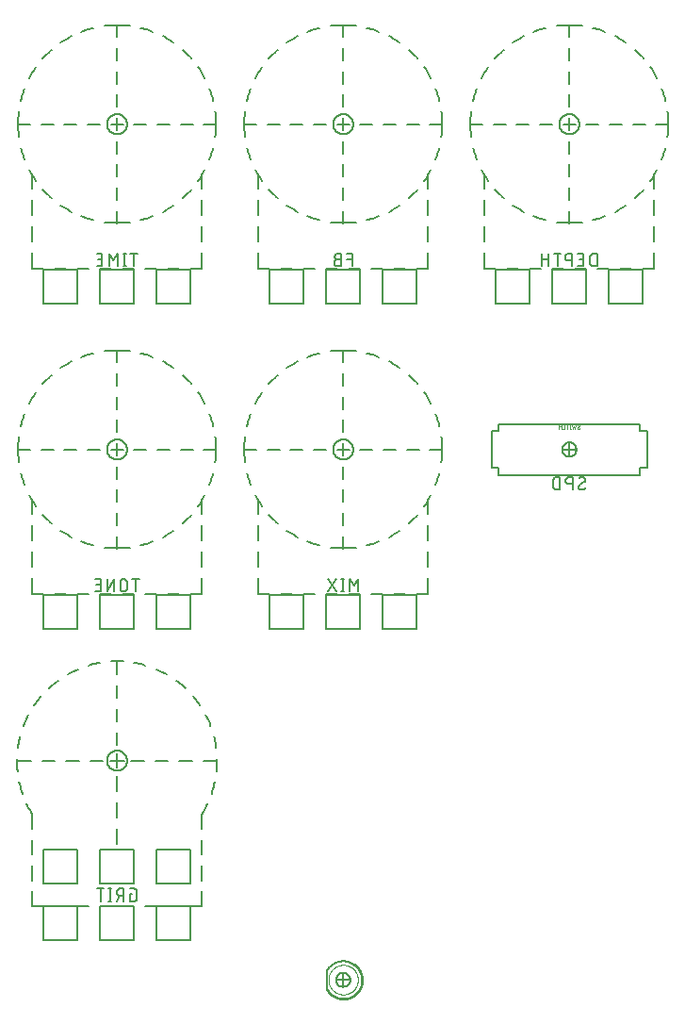
<source format=gbr>
G04 EAGLE Gerber RS-274X export*
G75*
%MOMM*%
%FSLAX34Y34*%
%LPD*%
%INSilkscreen Bottom*%
%IPPOS*%
%AMOC8*
5,1,8,0,0,1.08239X$1,22.5*%
G01*
%ADD10C,0.127000*%
%ADD11C,0.152400*%
%ADD12C,0.015238*%
%ADD13C,0.101600*%
%ADD14C,0.025400*%


D10*
X298450Y12700D02*
X285750Y12700D01*
X292100Y6350D02*
X292100Y19050D01*
D11*
X301752Y26416D02*
X301402Y26643D01*
X301046Y26862D01*
X300686Y27072D01*
X300320Y27273D01*
X299949Y27465D01*
X299574Y27648D01*
X299195Y27822D01*
X298812Y27987D01*
X298424Y28143D01*
X298033Y28289D01*
X297639Y28426D01*
X297241Y28553D01*
X296841Y28670D01*
X296438Y28778D01*
X296032Y28876D01*
X295624Y28964D01*
X295214Y29042D01*
X294802Y29111D01*
X294389Y29169D01*
X293974Y29218D01*
X293559Y29256D01*
X293142Y29284D01*
X292725Y29302D01*
X292308Y29311D01*
X291891Y29309D01*
X291473Y29297D01*
X291057Y29274D01*
X290641Y29242D01*
X290225Y29200D01*
X289811Y29148D01*
X289398Y29086D01*
X288987Y29013D01*
X288578Y28931D01*
X288171Y28839D01*
X287766Y28738D01*
X287364Y28626D01*
X286965Y28505D01*
X286568Y28374D01*
X286175Y28234D01*
X285786Y28084D01*
X285400Y27925D01*
X285018Y27756D01*
X284640Y27578D01*
X284267Y27392D01*
X283898Y27196D01*
X283534Y26991D01*
X283176Y26778D01*
X282822Y26556D01*
X282474Y26326D01*
X282132Y26087D01*
X281795Y25840D01*
X281465Y25585D01*
X281140Y25322D01*
X280823Y25052D01*
X280512Y24774D01*
X280207Y24488D01*
X279910Y24195D01*
X279620Y23895D01*
X279337Y23588D01*
X279062Y23274D01*
X278794Y22954D01*
X278534Y22627D01*
X278282Y22295D01*
X278039Y21956D01*
X277803Y21611D01*
X278039Y21956D01*
X278282Y22295D01*
X278534Y22627D01*
X278794Y22954D01*
X279062Y23274D01*
X279337Y23588D01*
X279620Y23895D01*
X279910Y24195D01*
X280207Y24488D01*
X280512Y24774D01*
X280823Y25052D01*
X281140Y25322D01*
X281465Y25585D01*
X281795Y25840D01*
X282132Y26087D01*
X282474Y26326D01*
X282822Y26556D01*
X283176Y26778D01*
X283534Y26991D01*
X283898Y27196D01*
X284267Y27392D01*
X284640Y27578D01*
X285018Y27756D01*
X285400Y27925D01*
X285786Y28084D01*
X286175Y28234D01*
X286568Y28374D01*
X286965Y28505D01*
X287364Y28626D01*
X287766Y28738D01*
X288171Y28839D01*
X288578Y28931D01*
X288987Y29013D01*
X289398Y29086D01*
X289811Y29148D01*
X290225Y29200D01*
X290641Y29242D01*
X291057Y29274D01*
X291473Y29297D01*
X291891Y29309D01*
X292308Y29311D01*
X292725Y29302D01*
X293142Y29284D01*
X293559Y29256D01*
X293974Y29218D01*
X294389Y29169D01*
X294802Y29111D01*
X295214Y29042D01*
X295624Y28964D01*
X296032Y28876D01*
X296438Y28778D01*
X296841Y28670D01*
X297241Y28553D01*
X297639Y28426D01*
X298033Y28289D01*
X298424Y28143D01*
X298812Y27987D01*
X299195Y27822D01*
X299574Y27648D01*
X299949Y27465D01*
X300320Y27273D01*
X300686Y27072D01*
X301046Y26862D01*
X301402Y26643D01*
X301752Y26416D01*
D12*
X277258Y3229D02*
X278428Y3945D01*
X278641Y3609D01*
X278862Y3279D01*
X279091Y2955D01*
X279328Y2636D01*
X279573Y2324D01*
X279826Y2017D01*
X280086Y1716D01*
X280353Y1422D01*
X280627Y1135D01*
X280909Y855D01*
X281197Y581D01*
X281491Y315D01*
X281793Y55D01*
X282100Y-196D01*
X282413Y-440D01*
X282733Y-676D01*
X283058Y-905D01*
X283388Y-1125D01*
X283724Y-1337D01*
X284065Y-1541D01*
X284411Y-1737D01*
X284762Y-1924D01*
X285117Y-2102D01*
X285476Y-2272D01*
X285839Y-2432D01*
X286206Y-2584D01*
X286577Y-2727D01*
X286951Y-2860D01*
X287328Y-2985D01*
X287709Y-3100D01*
X288092Y-3205D01*
X288477Y-3302D01*
X288865Y-3388D01*
X289254Y-3466D01*
X289646Y-3533D01*
X290039Y-3592D01*
X290433Y-3640D01*
X290828Y-3679D01*
X291225Y-3708D01*
X291621Y-3727D01*
X292019Y-3737D01*
X292416Y-3737D01*
X292813Y-3727D01*
X293210Y-3707D01*
X293606Y-3678D01*
X294001Y-3639D01*
X294396Y-3590D01*
X294789Y-3532D01*
X295180Y-3464D01*
X295570Y-3387D01*
X295957Y-3300D01*
X296343Y-3203D01*
X296725Y-3097D01*
X297106Y-2982D01*
X297483Y-2857D01*
X297857Y-2724D01*
X298228Y-2581D01*
X298595Y-2429D01*
X298958Y-2268D01*
X299317Y-2098D01*
X299672Y-1920D01*
X300022Y-1733D01*
X300368Y-1537D01*
X300709Y-1333D01*
X301045Y-1121D01*
X301375Y-900D01*
X301700Y-672D01*
X302019Y-435D01*
X302333Y-191D01*
X302640Y61D01*
X302941Y320D01*
X303236Y587D01*
X303523Y860D01*
X303805Y1141D01*
X304079Y1429D01*
X304346Y1723D01*
X304606Y2023D01*
X304858Y2330D01*
X305103Y2643D01*
X305340Y2962D01*
X305569Y3286D01*
X305790Y3616D01*
X306003Y3952D01*
X306207Y4292D01*
X306404Y4638D01*
X306591Y4988D01*
X306770Y5343D01*
X306941Y5701D01*
X307102Y6064D01*
X307255Y6431D01*
X307398Y6802D01*
X307533Y7175D01*
X307658Y7552D01*
X307774Y7932D01*
X307880Y8315D01*
X307977Y8700D01*
X308065Y9088D01*
X308143Y9477D01*
X308212Y9869D01*
X308271Y10262D01*
X308320Y10656D01*
X308360Y11051D01*
X308390Y11447D01*
X308410Y11844D01*
X308420Y12241D01*
X308421Y12638D01*
X308412Y13035D01*
X308393Y13432D01*
X308365Y13828D01*
X308327Y14224D01*
X308279Y14618D01*
X308222Y15011D01*
X308155Y15403D01*
X308078Y15793D01*
X307992Y16181D01*
X307896Y16566D01*
X307791Y16949D01*
X307677Y17330D01*
X307553Y17707D01*
X307420Y18082D01*
X307278Y18452D01*
X307127Y18820D01*
X306967Y19183D01*
X306798Y19543D01*
X306620Y19898D01*
X306434Y20249D01*
X306239Y20595D01*
X306036Y20937D01*
X305824Y21273D01*
X305604Y21604D01*
X305376Y21929D01*
X305141Y22249D01*
X304897Y22563D01*
X304646Y22871D01*
X304387Y23172D01*
X304121Y23467D01*
X303848Y23756D01*
X303568Y24038D01*
X303281Y24312D01*
X302988Y24580D01*
X302688Y24841D01*
X302382Y25094D01*
X302069Y25339D01*
X301751Y25577D01*
X301427Y25806D01*
X302201Y26938D01*
X302202Y26939D01*
X302553Y26690D01*
X302899Y26432D01*
X303238Y26166D01*
X303570Y25892D01*
X303896Y25609D01*
X304214Y25319D01*
X304525Y25021D01*
X304829Y24715D01*
X305126Y24402D01*
X305414Y24082D01*
X305695Y23755D01*
X305967Y23421D01*
X306232Y23081D01*
X306488Y22734D01*
X306735Y22381D01*
X306973Y22022D01*
X307203Y21657D01*
X307424Y21287D01*
X307635Y20912D01*
X307838Y20531D01*
X308030Y20146D01*
X308214Y19756D01*
X308388Y19361D01*
X308552Y18963D01*
X308706Y18560D01*
X308850Y18154D01*
X308984Y17745D01*
X309109Y17332D01*
X309223Y16916D01*
X309327Y16498D01*
X309420Y16077D01*
X309503Y15655D01*
X309576Y15230D01*
X309639Y14803D01*
X309691Y14376D01*
X309732Y13947D01*
X309763Y13517D01*
X309783Y13086D01*
X309793Y12655D01*
X309792Y12224D01*
X309781Y11794D01*
X309759Y11363D01*
X309727Y10933D01*
X309684Y10505D01*
X309630Y10077D01*
X309566Y9651D01*
X309492Y9226D01*
X309407Y8804D01*
X309312Y8383D01*
X309207Y7965D01*
X309091Y7550D01*
X308966Y7138D01*
X308830Y6729D01*
X308684Y6323D01*
X308528Y5921D01*
X308363Y5523D01*
X308188Y5130D01*
X308003Y4740D01*
X307809Y4356D01*
X307605Y3976D01*
X307392Y3601D01*
X307170Y3232D01*
X306939Y2868D01*
X306700Y2510D01*
X306451Y2158D01*
X306194Y1812D01*
X305929Y1472D01*
X305655Y1139D01*
X305373Y813D01*
X305083Y494D01*
X304786Y182D01*
X304481Y-122D01*
X304168Y-419D01*
X303849Y-708D01*
X303522Y-990D01*
X303189Y-1263D01*
X302849Y-1528D01*
X302503Y-1784D01*
X302150Y-2032D01*
X301792Y-2271D01*
X301427Y-2502D01*
X301058Y-2723D01*
X300683Y-2935D01*
X300302Y-3138D01*
X299917Y-3332D01*
X299528Y-3516D01*
X299134Y-3691D01*
X298735Y-3855D01*
X298333Y-4010D01*
X297927Y-4155D01*
X297518Y-4290D01*
X297106Y-4415D01*
X296690Y-4530D01*
X296272Y-4635D01*
X295852Y-4729D01*
X295429Y-4813D01*
X295004Y-4887D01*
X294578Y-4950D01*
X294150Y-5003D01*
X293721Y-5045D01*
X293292Y-5077D01*
X292861Y-5098D01*
X292430Y-5109D01*
X291999Y-5109D01*
X291568Y-5098D01*
X291138Y-5077D01*
X290708Y-5045D01*
X290279Y-5003D01*
X289852Y-4951D01*
X289425Y-4888D01*
X289001Y-4814D01*
X288578Y-4730D01*
X288157Y-4636D01*
X287739Y-4531D01*
X287324Y-4416D01*
X286911Y-4292D01*
X286502Y-4157D01*
X286096Y-4012D01*
X285694Y-3857D01*
X285296Y-3692D01*
X284902Y-3518D01*
X284512Y-3334D01*
X284127Y-3140D01*
X283747Y-2937D01*
X283371Y-2725D01*
X283002Y-2504D01*
X282637Y-2273D01*
X282279Y-2034D01*
X281926Y-1786D01*
X281580Y-1530D01*
X281240Y-1265D01*
X280906Y-992D01*
X280580Y-711D01*
X280260Y-422D01*
X279948Y-125D01*
X279643Y180D01*
X279345Y491D01*
X279055Y810D01*
X278774Y1136D01*
X278500Y1469D01*
X278234Y1809D01*
X277977Y2155D01*
X277728Y2507D01*
X277489Y2865D01*
X277258Y3228D01*
X277379Y3303D01*
X277609Y2942D01*
X277847Y2587D01*
X278093Y2238D01*
X278348Y1895D01*
X278612Y1558D01*
X278883Y1228D01*
X279163Y905D01*
X279450Y588D01*
X279745Y279D01*
X280048Y-23D01*
X280358Y-317D01*
X280675Y-604D01*
X280999Y-883D01*
X281329Y-1154D01*
X281667Y-1416D01*
X282010Y-1671D01*
X282360Y-1917D01*
X282716Y-2154D01*
X283077Y-2382D01*
X283444Y-2602D01*
X283816Y-2812D01*
X284193Y-3013D01*
X284575Y-3205D01*
X284961Y-3388D01*
X285352Y-3561D01*
X285747Y-3724D01*
X286146Y-3878D01*
X286549Y-4021D01*
X286955Y-4155D01*
X287364Y-4279D01*
X287776Y-4393D01*
X288191Y-4497D01*
X288608Y-4590D01*
X289027Y-4673D01*
X289448Y-4746D01*
X289871Y-4809D01*
X290295Y-4861D01*
X290721Y-4903D01*
X291147Y-4934D01*
X291574Y-4955D01*
X292001Y-4966D01*
X292429Y-4966D01*
X292856Y-4955D01*
X293283Y-4934D01*
X293709Y-4903D01*
X294135Y-4861D01*
X294559Y-4808D01*
X294982Y-4746D01*
X295403Y-4673D01*
X295822Y-4589D01*
X296239Y-4496D01*
X296654Y-4392D01*
X297066Y-4278D01*
X297475Y-4154D01*
X297881Y-4020D01*
X298284Y-3876D01*
X298682Y-3723D01*
X299077Y-3559D01*
X299468Y-3386D01*
X299855Y-3203D01*
X300237Y-3011D01*
X300614Y-2810D01*
X300986Y-2600D01*
X301353Y-2380D01*
X301714Y-2151D01*
X302069Y-1914D01*
X302419Y-1668D01*
X302763Y-1414D01*
X303100Y-1151D01*
X303430Y-880D01*
X303754Y-601D01*
X304071Y-314D01*
X304381Y-20D01*
X304684Y282D01*
X304979Y591D01*
X305266Y908D01*
X305545Y1231D01*
X305817Y1562D01*
X306080Y1898D01*
X306335Y2241D01*
X306582Y2591D01*
X306820Y2946D01*
X307049Y3307D01*
X307269Y3673D01*
X307480Y4045D01*
X307682Y4421D01*
X307875Y4803D01*
X308058Y5189D01*
X308232Y5580D01*
X308396Y5975D01*
X308550Y6373D01*
X308695Y6775D01*
X308829Y7181D01*
X308954Y7590D01*
X309069Y8002D01*
X309173Y8416D01*
X309267Y8833D01*
X309351Y9252D01*
X309425Y9673D01*
X309489Y10096D01*
X309542Y10520D01*
X309584Y10946D01*
X309616Y11372D01*
X309638Y11799D01*
X309649Y12226D01*
X309650Y12654D01*
X309640Y13081D01*
X309620Y13508D01*
X309589Y13934D01*
X309548Y14360D01*
X309497Y14784D01*
X309435Y15207D01*
X309363Y15628D01*
X309280Y16048D01*
X309187Y16465D01*
X309084Y16880D01*
X308971Y17292D01*
X308848Y17701D01*
X308715Y18108D01*
X308572Y18510D01*
X308419Y18910D01*
X308256Y19305D01*
X308084Y19696D01*
X307902Y20083D01*
X307711Y20465D01*
X307510Y20843D01*
X307300Y21215D01*
X307081Y21582D01*
X306854Y21944D01*
X306617Y22300D01*
X306372Y22650D01*
X306118Y22994D01*
X305856Y23332D01*
X305586Y23663D01*
X305307Y23987D01*
X305021Y24305D01*
X304727Y24615D01*
X304426Y24918D01*
X304117Y25214D01*
X303801Y25502D01*
X303478Y25782D01*
X303148Y26054D01*
X302812Y26318D01*
X302470Y26574D01*
X302121Y26821D01*
X302040Y26703D01*
X302386Y26458D01*
X302726Y26204D01*
X303059Y25942D01*
X303386Y25672D01*
X303706Y25395D01*
X304020Y25109D01*
X304326Y24816D01*
X304625Y24515D01*
X304916Y24207D01*
X305200Y23893D01*
X305476Y23571D01*
X305744Y23242D01*
X306004Y22907D01*
X306256Y22566D01*
X306499Y22219D01*
X306734Y21866D01*
X306960Y21507D01*
X307177Y21143D01*
X307385Y20774D01*
X307584Y20399D01*
X307773Y20020D01*
X307954Y19636D01*
X308125Y19248D01*
X308286Y18856D01*
X308438Y18461D01*
X308580Y18061D01*
X308712Y17658D01*
X308834Y17252D01*
X308946Y16843D01*
X309048Y16432D01*
X309140Y16018D01*
X309222Y15602D01*
X309294Y15184D01*
X309355Y14765D01*
X309406Y14344D01*
X309447Y13922D01*
X309477Y13499D01*
X309497Y13076D01*
X309507Y12652D01*
X309506Y12228D01*
X309495Y11804D01*
X309474Y11381D01*
X309442Y10958D01*
X309399Y10536D01*
X309347Y10115D01*
X309284Y9696D01*
X309211Y9279D01*
X309127Y8863D01*
X309034Y8449D01*
X308930Y8038D01*
X308817Y7630D01*
X308693Y7224D01*
X308559Y6822D01*
X308416Y6423D01*
X308263Y6028D01*
X308100Y5636D01*
X307928Y5249D01*
X307746Y4866D01*
X307555Y4487D01*
X307355Y4114D01*
X307145Y3745D01*
X306927Y3382D01*
X306700Y3024D01*
X306464Y2672D01*
X306219Y2325D01*
X305967Y1985D01*
X305705Y1651D01*
X305436Y1323D01*
X305159Y1003D01*
X304874Y689D01*
X304581Y382D01*
X304281Y83D01*
X303974Y-210D01*
X303660Y-494D01*
X303338Y-771D01*
X303011Y-1039D01*
X302676Y-1300D01*
X302335Y-1552D01*
X301989Y-1796D01*
X301636Y-2032D01*
X301278Y-2258D01*
X300914Y-2476D01*
X300545Y-2685D01*
X300171Y-2884D01*
X299792Y-3075D01*
X299409Y-3256D01*
X299021Y-3428D01*
X298630Y-3590D01*
X298234Y-3742D01*
X297835Y-3885D01*
X297432Y-4018D01*
X297026Y-4141D01*
X296618Y-4254D01*
X296207Y-4357D01*
X295793Y-4449D01*
X295377Y-4532D01*
X294959Y-4605D01*
X294540Y-4667D01*
X294119Y-4719D01*
X293697Y-4760D01*
X293275Y-4791D01*
X292851Y-4812D01*
X292427Y-4823D01*
X292003Y-4823D01*
X291580Y-4812D01*
X291156Y-4792D01*
X290733Y-4761D01*
X290311Y-4719D01*
X289891Y-4667D01*
X289471Y-4605D01*
X289053Y-4533D01*
X288638Y-4450D01*
X288224Y-4358D01*
X287813Y-4255D01*
X287404Y-4142D01*
X286998Y-4019D01*
X286596Y-3886D01*
X286196Y-3744D01*
X285801Y-3591D01*
X285409Y-3429D01*
X285021Y-3258D01*
X284638Y-3077D01*
X284259Y-2886D01*
X283885Y-2687D01*
X283516Y-2478D01*
X283152Y-2261D01*
X282794Y-2034D01*
X282441Y-1799D01*
X282094Y-1555D01*
X281754Y-1303D01*
X281419Y-1042D01*
X281091Y-774D01*
X280770Y-497D01*
X280455Y-213D01*
X280148Y79D01*
X279848Y379D01*
X279555Y685D01*
X279270Y999D01*
X278993Y1320D01*
X278724Y1647D01*
X278462Y1981D01*
X278209Y2321D01*
X277965Y2668D01*
X277729Y3020D01*
X277501Y3378D01*
X277623Y3452D01*
X277849Y3098D01*
X278083Y2748D01*
X278325Y2405D01*
X278576Y2067D01*
X278835Y1736D01*
X279103Y1412D01*
X279378Y1094D01*
X279660Y783D01*
X279951Y478D01*
X280248Y181D01*
X280553Y-108D01*
X280865Y-390D01*
X281183Y-664D01*
X281509Y-931D01*
X281840Y-1189D01*
X282178Y-1439D01*
X282522Y-1681D01*
X282872Y-1914D01*
X283228Y-2139D01*
X283588Y-2355D01*
X283954Y-2562D01*
X284325Y-2760D01*
X284701Y-2948D01*
X285081Y-3128D01*
X285466Y-3298D01*
X285854Y-3459D01*
X286247Y-3610D01*
X286642Y-3751D01*
X287042Y-3883D01*
X287444Y-4005D01*
X287849Y-4117D01*
X288257Y-4219D01*
X288668Y-4311D01*
X289080Y-4392D01*
X289494Y-4464D01*
X289910Y-4526D01*
X290327Y-4577D01*
X290746Y-4618D01*
X291165Y-4649D01*
X291585Y-4670D01*
X292005Y-4680D01*
X292426Y-4680D01*
X292846Y-4669D01*
X293266Y-4649D01*
X293685Y-4618D01*
X294104Y-4576D01*
X294521Y-4525D01*
X294937Y-4463D01*
X295351Y-4391D01*
X295763Y-4309D01*
X296174Y-4217D01*
X296582Y-4115D01*
X296987Y-4003D01*
X297389Y-3881D01*
X297788Y-3750D01*
X298184Y-3608D01*
X298577Y-3457D01*
X298965Y-3296D01*
X299350Y-3126D01*
X299730Y-2946D01*
X300105Y-2757D01*
X300476Y-2559D01*
X300842Y-2352D01*
X301203Y-2136D01*
X301558Y-1912D01*
X301908Y-1678D01*
X302252Y-1436D01*
X302590Y-1186D01*
X302921Y-928D01*
X303246Y-661D01*
X303565Y-387D01*
X303877Y-105D01*
X304181Y185D01*
X304479Y482D01*
X304769Y786D01*
X305052Y1098D01*
X305327Y1416D01*
X305594Y1740D01*
X305853Y2072D01*
X306104Y2409D01*
X306346Y2752D01*
X306580Y3102D01*
X306805Y3457D01*
X307022Y3817D01*
X307230Y4183D01*
X307428Y4553D01*
X307618Y4929D01*
X307798Y5308D01*
X307969Y5693D01*
X308130Y6081D01*
X308282Y6473D01*
X308424Y6869D01*
X308557Y7268D01*
X308679Y7670D01*
X308792Y8075D01*
X308895Y8482D01*
X308988Y8892D01*
X309070Y9305D01*
X309143Y9719D01*
X309205Y10135D01*
X309257Y10552D01*
X309299Y10970D01*
X309331Y11389D01*
X309352Y11809D01*
X309363Y12230D01*
X309364Y12650D01*
X309355Y13070D01*
X309335Y13490D01*
X309305Y13910D01*
X309264Y14328D01*
X309214Y14746D01*
X309153Y15162D01*
X309082Y15576D01*
X309000Y15988D01*
X308909Y16399D01*
X308808Y16807D01*
X308697Y17212D01*
X308575Y17615D01*
X308444Y18014D01*
X308304Y18411D01*
X308153Y18803D01*
X307993Y19192D01*
X307824Y19577D01*
X307645Y19957D01*
X307457Y20333D01*
X307260Y20705D01*
X307053Y21071D01*
X306838Y21432D01*
X306614Y21788D01*
X306381Y22138D01*
X306140Y22482D01*
X305891Y22821D01*
X305633Y23153D01*
X305367Y23479D01*
X305093Y23798D01*
X304812Y24110D01*
X304523Y24415D01*
X304226Y24713D01*
X303922Y25004D01*
X303612Y25287D01*
X303294Y25563D01*
X302970Y25831D01*
X302639Y26090D01*
X302302Y26342D01*
X301959Y26585D01*
X301879Y26467D01*
X302219Y26226D01*
X302553Y25976D01*
X302881Y25719D01*
X303202Y25453D01*
X303517Y25180D01*
X303825Y24899D01*
X304126Y24611D01*
X304420Y24315D01*
X304707Y24013D01*
X304986Y23703D01*
X305258Y23386D01*
X305521Y23063D01*
X305777Y22734D01*
X306024Y22398D01*
X306263Y22057D01*
X306494Y21710D01*
X306716Y21357D01*
X306930Y20999D01*
X307134Y20636D01*
X307330Y20267D01*
X307517Y19894D01*
X307694Y19517D01*
X307862Y19136D01*
X308021Y18750D01*
X308170Y18361D01*
X308309Y17968D01*
X308439Y17572D01*
X308559Y17172D01*
X308670Y16770D01*
X308770Y16366D01*
X308861Y15959D01*
X308941Y15550D01*
X309011Y15139D01*
X309072Y14726D01*
X309122Y14312D01*
X309162Y13897D01*
X309192Y13481D01*
X309212Y13065D01*
X309221Y12648D01*
X309220Y12231D01*
X309209Y11815D01*
X309188Y11398D01*
X309157Y10982D01*
X309115Y10568D01*
X309063Y10154D01*
X309002Y9742D01*
X308930Y9331D01*
X308848Y8922D01*
X308756Y8515D01*
X308654Y8111D01*
X308542Y7710D01*
X308420Y7311D01*
X308289Y6915D01*
X308148Y6523D01*
X307997Y6134D01*
X307837Y5749D01*
X307668Y5368D01*
X307489Y4991D01*
X307301Y4619D01*
X307104Y4252D01*
X306898Y3889D01*
X306684Y3532D01*
X306460Y3180D01*
X306228Y2833D01*
X305988Y2493D01*
X305739Y2158D01*
X305482Y1830D01*
X305217Y1508D01*
X304945Y1192D01*
X304664Y884D01*
X304377Y582D01*
X304082Y287D01*
X303780Y0D01*
X303470Y-280D01*
X303154Y-552D01*
X302832Y-816D01*
X302503Y-1072D01*
X302168Y-1320D01*
X301827Y-1560D01*
X301480Y-1792D01*
X301128Y-2015D01*
X300770Y-2229D01*
X300407Y-2434D01*
X300040Y-2630D01*
X299667Y-2818D01*
X299290Y-2996D01*
X298909Y-3165D01*
X298524Y-3324D01*
X298135Y-3474D01*
X297742Y-3614D01*
X297346Y-3745D01*
X296947Y-3866D01*
X296545Y-3977D01*
X296141Y-4078D01*
X295734Y-4170D01*
X295325Y-4251D01*
X294914Y-4322D01*
X294502Y-4383D01*
X294088Y-4434D01*
X293673Y-4475D01*
X293257Y-4506D01*
X292841Y-4526D01*
X292424Y-4537D01*
X292007Y-4537D01*
X291591Y-4527D01*
X291174Y-4506D01*
X290758Y-4476D01*
X290343Y-4435D01*
X289930Y-4384D01*
X289517Y-4323D01*
X289106Y-4252D01*
X288697Y-4171D01*
X288291Y-4080D01*
X287886Y-3978D01*
X287484Y-3867D01*
X287085Y-3747D01*
X286689Y-3616D01*
X286297Y-3476D01*
X285908Y-3326D01*
X285522Y-3167D01*
X285141Y-2998D01*
X284764Y-2820D01*
X284391Y-2633D01*
X284024Y-2437D01*
X283661Y-2231D01*
X283303Y-2017D01*
X282950Y-1795D01*
X282604Y-1563D01*
X282262Y-1324D01*
X281927Y-1076D01*
X281598Y-819D01*
X281276Y-555D01*
X280960Y-283D01*
X280651Y-4D01*
X280348Y283D01*
X280053Y578D01*
X279765Y880D01*
X279485Y1188D01*
X279212Y1503D01*
X278947Y1825D01*
X278690Y2154D01*
X278442Y2488D01*
X278201Y2829D01*
X277969Y3175D01*
X277745Y3527D01*
X277867Y3602D01*
X278089Y3253D01*
X278319Y2909D01*
X278558Y2572D01*
X278804Y2240D01*
X279059Y1914D01*
X279322Y1595D01*
X279592Y1283D01*
X279870Y977D01*
X280156Y678D01*
X280448Y386D01*
X280748Y101D01*
X281055Y-176D01*
X281368Y-446D01*
X281688Y-708D01*
X282014Y-962D01*
X282347Y-1208D01*
X282685Y-1446D01*
X283029Y-1675D01*
X283378Y-1896D01*
X283733Y-2108D01*
X284093Y-2312D01*
X284458Y-2506D01*
X284827Y-2692D01*
X285201Y-2868D01*
X285579Y-3035D01*
X285961Y-3193D01*
X286347Y-3342D01*
X286736Y-3481D01*
X287129Y-3610D01*
X287524Y-3730D01*
X287923Y-3840D01*
X288324Y-3940D01*
X288727Y-4031D01*
X289133Y-4111D01*
X289540Y-4182D01*
X289949Y-4242D01*
X290359Y-4293D01*
X290771Y-4333D01*
X291183Y-4364D01*
X291596Y-4384D01*
X292009Y-4394D01*
X292423Y-4394D01*
X292836Y-4383D01*
X293249Y-4363D01*
X293661Y-4333D01*
X294073Y-4292D01*
X294483Y-4242D01*
X294892Y-4181D01*
X295299Y-4110D01*
X295705Y-4030D01*
X296108Y-3939D01*
X296509Y-3839D01*
X296908Y-3728D01*
X297303Y-3609D01*
X297696Y-3479D01*
X298085Y-3340D01*
X298471Y-3191D01*
X298853Y-3033D01*
X299231Y-2866D01*
X299605Y-2689D01*
X299974Y-2503D01*
X300339Y-2309D01*
X300698Y-2105D01*
X301053Y-1893D01*
X301402Y-1672D01*
X301746Y-1442D01*
X302084Y-1204D01*
X302417Y-958D01*
X302743Y-704D01*
X303063Y-442D01*
X303376Y-172D01*
X303682Y105D01*
X303982Y390D01*
X304274Y682D01*
X304560Y981D01*
X304838Y1287D01*
X305108Y1600D01*
X305371Y1919D01*
X305625Y2245D01*
X305872Y2577D01*
X306110Y2914D01*
X306340Y3258D01*
X306562Y3607D01*
X306775Y3961D01*
X306979Y4321D01*
X307174Y4685D01*
X307361Y5054D01*
X307538Y5428D01*
X307706Y5805D01*
X307865Y6187D01*
X308014Y6573D01*
X308154Y6962D01*
X308284Y7354D01*
X308405Y7749D01*
X308515Y8148D01*
X308617Y8549D01*
X308708Y8952D01*
X308789Y9357D01*
X308860Y9764D01*
X308922Y10173D01*
X308973Y10583D01*
X309014Y10995D01*
X309045Y11407D01*
X309066Y11820D01*
X309077Y12233D01*
X309078Y12646D01*
X309069Y13060D01*
X309049Y13473D01*
X309020Y13885D01*
X308980Y14297D01*
X308930Y14707D01*
X308870Y15116D01*
X308800Y15523D01*
X308721Y15929D01*
X308631Y16333D01*
X308531Y16734D01*
X308422Y17133D01*
X308303Y17528D01*
X308174Y17921D01*
X308036Y18311D01*
X307888Y18697D01*
X307731Y19079D01*
X307564Y19458D01*
X307388Y19832D01*
X307203Y20201D01*
X307009Y20566D01*
X306806Y20927D01*
X306595Y21282D01*
X306374Y21632D01*
X306146Y21976D01*
X305908Y22315D01*
X305663Y22647D01*
X305410Y22974D01*
X305148Y23294D01*
X304879Y23608D01*
X304602Y23915D01*
X304318Y24215D01*
X304027Y24508D01*
X303728Y24794D01*
X303423Y25073D01*
X303110Y25344D01*
X302792Y25607D01*
X302466Y25862D01*
X302135Y26110D01*
X301798Y26349D01*
X301717Y26231D01*
X302051Y25994D01*
X302380Y25748D01*
X302702Y25495D01*
X303018Y25234D01*
X303328Y24966D01*
X303631Y24689D01*
X303927Y24406D01*
X304216Y24115D01*
X304498Y23818D01*
X304772Y23513D01*
X305039Y23202D01*
X305298Y22884D01*
X305549Y22561D01*
X305793Y22231D01*
X306028Y21895D01*
X306255Y21554D01*
X306473Y21207D01*
X306683Y20855D01*
X306884Y20497D01*
X307076Y20135D01*
X307260Y19769D01*
X307434Y19398D01*
X307599Y19023D01*
X307755Y18644D01*
X307902Y18261D01*
X308039Y17875D01*
X308167Y17485D01*
X308285Y17093D01*
X308393Y16697D01*
X308492Y16300D01*
X308581Y15899D01*
X308660Y15497D01*
X308729Y15093D01*
X308788Y14688D01*
X308838Y14281D01*
X308877Y13873D01*
X308906Y13464D01*
X308926Y13054D01*
X308935Y12645D01*
X308934Y12235D01*
X308924Y11825D01*
X308903Y11416D01*
X308872Y11007D01*
X308831Y10599D01*
X308780Y10192D01*
X308719Y9787D01*
X308648Y9383D01*
X308568Y8981D01*
X308477Y8582D01*
X308377Y8184D01*
X308267Y7789D01*
X308148Y7397D01*
X308019Y7008D01*
X307880Y6622D01*
X307732Y6240D01*
X307575Y5862D01*
X307408Y5487D01*
X307232Y5117D01*
X307047Y4751D01*
X306854Y4390D01*
X306651Y4033D01*
X306440Y3682D01*
X306220Y3336D01*
X305992Y2995D01*
X305756Y2661D01*
X305511Y2332D01*
X305259Y2009D01*
X304999Y1692D01*
X304731Y1382D01*
X304455Y1078D01*
X304172Y782D01*
X303882Y492D01*
X303585Y210D01*
X303281Y-65D01*
X302971Y-333D01*
X302653Y-592D01*
X302330Y-844D01*
X302001Y-1088D01*
X301666Y-1324D01*
X301325Y-1552D01*
X300978Y-1771D01*
X300626Y-1981D01*
X300270Y-2183D01*
X299908Y-2376D01*
X299542Y-2560D01*
X299171Y-2736D01*
X298797Y-2902D01*
X298418Y-3058D01*
X298035Y-3206D01*
X297649Y-3344D01*
X297260Y-3472D01*
X296868Y-3591D01*
X296473Y-3700D01*
X296075Y-3800D01*
X295675Y-3890D01*
X295273Y-3970D01*
X294869Y-4040D01*
X294464Y-4100D01*
X294057Y-4150D01*
X293649Y-4190D01*
X293240Y-4220D01*
X292831Y-4241D01*
X292421Y-4251D01*
X292011Y-4251D01*
X291602Y-4241D01*
X291192Y-4221D01*
X290783Y-4191D01*
X290375Y-4151D01*
X289969Y-4101D01*
X289563Y-4041D01*
X289159Y-3971D01*
X288757Y-3891D01*
X288357Y-3801D01*
X287960Y-3702D01*
X287564Y-3593D01*
X287172Y-3474D01*
X286783Y-3346D01*
X286397Y-3208D01*
X286014Y-3061D01*
X285636Y-2904D01*
X285261Y-2738D01*
X284890Y-2563D01*
X284524Y-2379D01*
X284162Y-2186D01*
X283805Y-1985D01*
X283453Y-1774D01*
X283107Y-1555D01*
X282766Y-1328D01*
X282431Y-1092D01*
X282101Y-848D01*
X281778Y-597D01*
X281461Y-337D01*
X281150Y-70D01*
X280846Y205D01*
X280549Y488D01*
X280258Y777D01*
X279975Y1074D01*
X279700Y1377D01*
X279432Y1687D01*
X279171Y2003D01*
X278919Y2326D01*
X278674Y2655D01*
X278437Y2990D01*
X278209Y3330D01*
X277989Y3676D01*
X278111Y3751D01*
X278329Y3408D01*
X278556Y3070D01*
X278790Y2739D01*
X279033Y2413D01*
X279283Y2093D01*
X279541Y1779D01*
X279807Y1471D01*
X280080Y1171D01*
X280361Y877D01*
X280649Y590D01*
X280943Y310D01*
X281245Y37D01*
X281553Y-228D01*
X281867Y-485D01*
X282188Y-735D01*
X282515Y-977D01*
X282847Y-1210D01*
X283185Y-1436D01*
X283529Y-1653D01*
X283878Y-1861D01*
X284231Y-2061D01*
X284590Y-2253D01*
X284953Y-2435D01*
X285321Y-2608D01*
X285692Y-2773D01*
X286068Y-2928D01*
X286447Y-3074D01*
X286830Y-3211D01*
X287216Y-3338D01*
X287605Y-3456D01*
X287996Y-3564D01*
X288391Y-3662D01*
X288787Y-3751D01*
X289186Y-3830D01*
X289586Y-3900D01*
X289988Y-3959D01*
X290391Y-4009D01*
X290796Y-4048D01*
X291201Y-4078D01*
X291607Y-4098D01*
X292013Y-4108D01*
X292420Y-4108D01*
X292826Y-4098D01*
X293232Y-4078D01*
X293637Y-4048D01*
X294042Y-4008D01*
X294445Y-3958D01*
X294847Y-3898D01*
X295247Y-3829D01*
X295646Y-3750D01*
X296042Y-3661D01*
X296437Y-3562D01*
X296828Y-3454D01*
X297217Y-3336D01*
X297603Y-3208D01*
X297986Y-3072D01*
X298365Y-2925D01*
X298740Y-2770D01*
X299112Y-2605D01*
X299479Y-2432D01*
X299842Y-2249D01*
X300201Y-2058D01*
X300555Y-1858D01*
X300903Y-1649D01*
X301247Y-1432D01*
X301585Y-1206D01*
X301917Y-972D01*
X302244Y-731D01*
X302564Y-481D01*
X302879Y-223D01*
X303186Y42D01*
X303488Y315D01*
X303782Y595D01*
X304070Y882D01*
X304350Y1176D01*
X304624Y1477D01*
X304889Y1784D01*
X305147Y2098D01*
X305398Y2418D01*
X305640Y2744D01*
X305875Y3076D01*
X306101Y3414D01*
X306318Y3757D01*
X306528Y4105D01*
X306729Y4459D01*
X306921Y4817D01*
X307104Y5180D01*
X307278Y5547D01*
X307443Y5918D01*
X307599Y6293D01*
X307746Y6672D01*
X307883Y7055D01*
X308011Y7440D01*
X308130Y7829D01*
X308239Y8221D01*
X308338Y8615D01*
X308428Y9011D01*
X308508Y9409D01*
X308578Y9810D01*
X308638Y10212D01*
X308689Y10615D01*
X308729Y11019D01*
X308760Y11424D01*
X308781Y11830D01*
X308791Y12236D01*
X308792Y12643D01*
X308783Y13049D01*
X308764Y13455D01*
X308735Y13860D01*
X308696Y14265D01*
X308647Y14668D01*
X308588Y15070D01*
X308519Y15471D01*
X308441Y15870D01*
X308353Y16266D01*
X308255Y16661D01*
X308147Y17053D01*
X308030Y17442D01*
X307904Y17828D01*
X307768Y18211D01*
X307622Y18590D01*
X307468Y18966D01*
X307304Y19338D01*
X307131Y19706D01*
X306949Y20069D01*
X306759Y20428D01*
X306559Y20782D01*
X306351Y21132D01*
X306135Y21475D01*
X305910Y21814D01*
X305677Y22147D01*
X305436Y22474D01*
X305187Y22795D01*
X304930Y23110D01*
X304665Y23418D01*
X304393Y23720D01*
X304114Y24015D01*
X303827Y24304D01*
X303534Y24585D01*
X303233Y24858D01*
X302926Y25125D01*
X302613Y25384D01*
X302294Y25635D01*
X301968Y25878D01*
X301636Y26113D01*
X301556Y25995D01*
X301884Y25762D01*
X302207Y25521D01*
X302524Y25272D01*
X302835Y25015D01*
X303139Y24751D01*
X303436Y24480D01*
X303727Y24201D01*
X304011Y23915D01*
X304288Y23623D01*
X304558Y23323D01*
X304820Y23018D01*
X305075Y22705D01*
X305322Y22387D01*
X305561Y22063D01*
X305792Y21733D01*
X306015Y21397D01*
X306230Y21056D01*
X306436Y20710D01*
X306633Y20359D01*
X306822Y20004D01*
X307003Y19643D01*
X307174Y19279D01*
X307336Y18910D01*
X307490Y18537D01*
X307634Y18161D01*
X307769Y17781D01*
X307894Y17399D01*
X308010Y17013D01*
X308117Y16624D01*
X308214Y16233D01*
X308301Y15840D01*
X308379Y15445D01*
X308447Y15048D01*
X308505Y14649D01*
X308554Y14249D01*
X308592Y13848D01*
X308621Y13446D01*
X308640Y13044D01*
X308649Y12641D01*
X308648Y12238D01*
X308638Y11835D01*
X308617Y11433D01*
X308587Y11031D01*
X308547Y10631D01*
X308497Y10231D01*
X308437Y9832D01*
X308367Y9436D01*
X308288Y9041D01*
X308199Y8648D01*
X308101Y8257D01*
X307993Y7869D01*
X307875Y7484D01*
X307748Y7101D01*
X307612Y6722D01*
X307466Y6346D01*
X307312Y5974D01*
X307148Y5606D01*
X306975Y5242D01*
X306794Y4883D01*
X306603Y4528D01*
X306404Y4177D01*
X306197Y3832D01*
X305981Y3492D01*
X305757Y3157D01*
X305524Y2828D01*
X305284Y2505D01*
X305036Y2188D01*
X304780Y1876D01*
X304517Y1572D01*
X304246Y1273D01*
X303968Y982D01*
X303683Y697D01*
X303391Y420D01*
X303092Y149D01*
X302787Y-114D01*
X302475Y-369D01*
X302157Y-617D01*
X301833Y-856D01*
X301504Y-1088D01*
X301169Y-1312D01*
X300828Y-1527D01*
X300483Y-1734D01*
X300132Y-1933D01*
X299777Y-2122D01*
X299417Y-2303D01*
X299053Y-2475D01*
X298684Y-2639D01*
X298312Y-2793D01*
X297936Y-2937D01*
X297557Y-3073D01*
X297174Y-3199D01*
X296789Y-3316D01*
X296400Y-3424D01*
X296010Y-3522D01*
X295616Y-3610D01*
X295221Y-3688D01*
X294824Y-3757D01*
X294426Y-3816D01*
X294026Y-3866D01*
X293625Y-3905D01*
X293223Y-3935D01*
X292821Y-3955D01*
X292418Y-3965D01*
X292015Y-3965D01*
X291613Y-3955D01*
X291210Y-3935D01*
X290808Y-3906D01*
X290408Y-3867D01*
X290008Y-3817D01*
X289609Y-3758D01*
X289212Y-3690D01*
X288817Y-3611D01*
X288424Y-3523D01*
X288033Y-3426D01*
X287645Y-3318D01*
X287259Y-3202D01*
X286877Y-3076D01*
X286497Y-2940D01*
X286121Y-2795D01*
X285749Y-2642D01*
X285380Y-2479D01*
X285016Y-2307D01*
X284656Y-2126D01*
X284301Y-1936D01*
X283950Y-1738D01*
X283604Y-1531D01*
X283264Y-1316D01*
X282928Y-1093D01*
X282599Y-861D01*
X282275Y-621D01*
X281957Y-374D01*
X281645Y-119D01*
X281340Y144D01*
X281041Y414D01*
X280749Y692D01*
X280464Y976D01*
X280186Y1268D01*
X279915Y1566D01*
X279651Y1871D01*
X279395Y2182D01*
X279147Y2499D01*
X278906Y2822D01*
X278674Y3151D01*
X278449Y3486D01*
X278233Y3826D01*
X278355Y3900D01*
X278569Y3563D01*
X278792Y3232D01*
X279022Y2905D01*
X279261Y2585D01*
X279507Y2271D01*
X279761Y1962D01*
X280022Y1660D01*
X280291Y1365D01*
X280566Y1076D01*
X280849Y794D01*
X281139Y519D01*
X281435Y251D01*
X281738Y-9D01*
X282047Y-262D01*
X282362Y-508D01*
X282683Y-745D01*
X283010Y-975D01*
X283342Y-1196D01*
X283679Y-1410D01*
X284022Y-1615D01*
X284370Y-1811D01*
X284722Y-1999D01*
X285079Y-2178D01*
X285440Y-2349D01*
X285805Y-2510D01*
X286175Y-2663D01*
X286547Y-2806D01*
X286923Y-2940D01*
X287303Y-3065D01*
X287685Y-3181D01*
X288070Y-3287D01*
X288457Y-3384D01*
X288847Y-3472D01*
X289239Y-3549D01*
X289632Y-3617D01*
X290027Y-3676D01*
X290424Y-3724D01*
X290821Y-3763D01*
X291219Y-3793D01*
X291618Y-3812D01*
X292017Y-3822D01*
X292417Y-3822D01*
X292816Y-3812D01*
X293215Y-3792D01*
X293613Y-3763D01*
X294011Y-3724D01*
X294407Y-3675D01*
X294802Y-3616D01*
X295195Y-3548D01*
X295587Y-3470D01*
X295977Y-3382D01*
X296364Y-3285D01*
X296749Y-3179D01*
X297131Y-3063D01*
X297510Y-2938D01*
X297886Y-2803D01*
X298259Y-2660D01*
X298628Y-2507D01*
X298993Y-2345D01*
X299354Y-2175D01*
X299711Y-1995D01*
X300063Y-1807D01*
X300411Y-1611D01*
X300754Y-1405D01*
X301091Y-1192D01*
X301423Y-970D01*
X301750Y-740D01*
X302071Y-503D01*
X302386Y-257D01*
X302695Y-4D01*
X302997Y256D01*
X303293Y524D01*
X303583Y800D01*
X303865Y1082D01*
X304141Y1371D01*
X304409Y1666D01*
X304671Y1968D01*
X304924Y2277D01*
X305170Y2592D01*
X305408Y2912D01*
X305639Y3238D01*
X305861Y3570D01*
X306075Y3907D01*
X306281Y4250D01*
X306478Y4597D01*
X306667Y4949D01*
X306847Y5305D01*
X307018Y5666D01*
X307180Y6031D01*
X307334Y6400D01*
X307478Y6772D01*
X307613Y7148D01*
X307739Y7527D01*
X307855Y7909D01*
X307962Y8293D01*
X308060Y8681D01*
X308148Y9070D01*
X308227Y9462D01*
X308296Y9855D01*
X308355Y10250D01*
X308405Y10646D01*
X308444Y11044D01*
X308474Y11442D01*
X308495Y11841D01*
X308505Y12240D01*
X308506Y12639D01*
X308497Y13039D01*
X308478Y13437D01*
X308450Y13836D01*
X308411Y14233D01*
X308363Y14630D01*
X308306Y15025D01*
X308238Y15419D01*
X308161Y15810D01*
X308075Y16200D01*
X307978Y16588D01*
X307873Y16973D01*
X307758Y17355D01*
X307633Y17735D01*
X307500Y18111D01*
X307357Y18484D01*
X307205Y18853D01*
X307044Y19219D01*
X306874Y19580D01*
X306696Y19938D01*
X306508Y20290D01*
X306312Y20638D01*
X306108Y20981D01*
X305895Y21319D01*
X305674Y21652D01*
X305445Y21979D01*
X305208Y22300D01*
X304963Y22616D01*
X304711Y22925D01*
X304451Y23229D01*
X304184Y23525D01*
X303909Y23815D01*
X303628Y24099D01*
X303339Y24375D01*
X303044Y24644D01*
X302743Y24906D01*
X302435Y25160D01*
X302121Y25407D01*
X301801Y25646D01*
X301475Y25877D01*
D11*
X277803Y21611D02*
X277803Y3651D01*
D13*
X278841Y12700D02*
X278845Y13025D01*
X278857Y13351D01*
X278877Y13675D01*
X278905Y14000D01*
X278941Y14323D01*
X278985Y14645D01*
X279036Y14967D01*
X279096Y15287D01*
X279163Y15605D01*
X279238Y15922D01*
X279321Y16236D01*
X279412Y16549D01*
X279510Y16859D01*
X279616Y17167D01*
X279729Y17472D01*
X279850Y17774D01*
X279978Y18073D01*
X280114Y18369D01*
X280257Y18661D01*
X280407Y18950D01*
X280564Y19235D01*
X280727Y19516D01*
X280898Y19794D01*
X281076Y20066D01*
X281260Y20335D01*
X281450Y20598D01*
X281647Y20857D01*
X281851Y21111D01*
X282060Y21360D01*
X282276Y21604D01*
X282497Y21843D01*
X282724Y22076D01*
X282957Y22303D01*
X283196Y22524D01*
X283440Y22740D01*
X283689Y22949D01*
X283943Y23153D01*
X284202Y23350D01*
X284465Y23540D01*
X284734Y23724D01*
X285006Y23902D01*
X285284Y24073D01*
X285565Y24236D01*
X285850Y24393D01*
X286139Y24543D01*
X286431Y24686D01*
X286727Y24822D01*
X287026Y24950D01*
X287328Y25071D01*
X287633Y25184D01*
X287941Y25290D01*
X288251Y25388D01*
X288564Y25479D01*
X288878Y25562D01*
X289195Y25637D01*
X289513Y25704D01*
X289833Y25764D01*
X290155Y25815D01*
X290477Y25859D01*
X290800Y25895D01*
X291125Y25923D01*
X291449Y25943D01*
X291775Y25955D01*
X292100Y25959D01*
X292425Y25955D01*
X292751Y25943D01*
X293075Y25923D01*
X293400Y25895D01*
X293723Y25859D01*
X294045Y25815D01*
X294367Y25764D01*
X294687Y25704D01*
X295005Y25637D01*
X295322Y25562D01*
X295636Y25479D01*
X295949Y25388D01*
X296259Y25290D01*
X296567Y25184D01*
X296872Y25071D01*
X297174Y24950D01*
X297473Y24822D01*
X297769Y24686D01*
X298061Y24543D01*
X298350Y24393D01*
X298635Y24236D01*
X298916Y24073D01*
X299194Y23902D01*
X299466Y23724D01*
X299735Y23540D01*
X299998Y23350D01*
X300257Y23153D01*
X300511Y22949D01*
X300760Y22740D01*
X301004Y22524D01*
X301243Y22303D01*
X301476Y22076D01*
X301703Y21843D01*
X301924Y21604D01*
X302140Y21360D01*
X302349Y21111D01*
X302553Y20857D01*
X302750Y20598D01*
X302940Y20335D01*
X303124Y20066D01*
X303302Y19794D01*
X303473Y19516D01*
X303636Y19235D01*
X303793Y18950D01*
X303943Y18661D01*
X304086Y18369D01*
X304222Y18073D01*
X304350Y17774D01*
X304471Y17472D01*
X304584Y17167D01*
X304690Y16859D01*
X304788Y16549D01*
X304879Y16236D01*
X304962Y15922D01*
X305037Y15605D01*
X305104Y15287D01*
X305164Y14967D01*
X305215Y14645D01*
X305259Y14323D01*
X305295Y14000D01*
X305323Y13675D01*
X305343Y13351D01*
X305355Y13025D01*
X305359Y12700D01*
X305355Y12375D01*
X305343Y12049D01*
X305323Y11725D01*
X305295Y11400D01*
X305259Y11077D01*
X305215Y10755D01*
X305164Y10433D01*
X305104Y10113D01*
X305037Y9795D01*
X304962Y9478D01*
X304879Y9164D01*
X304788Y8851D01*
X304690Y8541D01*
X304584Y8233D01*
X304471Y7928D01*
X304350Y7626D01*
X304222Y7327D01*
X304086Y7031D01*
X303943Y6739D01*
X303793Y6450D01*
X303636Y6165D01*
X303473Y5884D01*
X303302Y5606D01*
X303124Y5334D01*
X302940Y5065D01*
X302750Y4802D01*
X302553Y4543D01*
X302349Y4289D01*
X302140Y4040D01*
X301924Y3796D01*
X301703Y3557D01*
X301476Y3324D01*
X301243Y3097D01*
X301004Y2876D01*
X300760Y2660D01*
X300511Y2451D01*
X300257Y2247D01*
X299998Y2050D01*
X299735Y1860D01*
X299466Y1676D01*
X299194Y1498D01*
X298916Y1327D01*
X298635Y1164D01*
X298350Y1007D01*
X298061Y857D01*
X297769Y714D01*
X297473Y578D01*
X297174Y450D01*
X296872Y329D01*
X296567Y216D01*
X296259Y110D01*
X295949Y12D01*
X295636Y-79D01*
X295322Y-162D01*
X295005Y-237D01*
X294687Y-304D01*
X294367Y-364D01*
X294045Y-415D01*
X293723Y-459D01*
X293400Y-495D01*
X293075Y-523D01*
X292751Y-543D01*
X292425Y-555D01*
X292100Y-559D01*
X291775Y-555D01*
X291449Y-543D01*
X291125Y-523D01*
X290800Y-495D01*
X290477Y-459D01*
X290155Y-415D01*
X289833Y-364D01*
X289513Y-304D01*
X289195Y-237D01*
X288878Y-162D01*
X288564Y-79D01*
X288251Y12D01*
X287941Y110D01*
X287633Y216D01*
X287328Y329D01*
X287026Y450D01*
X286727Y578D01*
X286431Y714D01*
X286139Y857D01*
X285850Y1007D01*
X285565Y1164D01*
X285284Y1327D01*
X285006Y1498D01*
X284734Y1676D01*
X284465Y1860D01*
X284202Y2050D01*
X283943Y2247D01*
X283689Y2451D01*
X283440Y2660D01*
X283196Y2876D01*
X282957Y3097D01*
X282724Y3324D01*
X282497Y3557D01*
X282276Y3796D01*
X282060Y4040D01*
X281851Y4289D01*
X281647Y4543D01*
X281450Y4802D01*
X281260Y5065D01*
X281076Y5334D01*
X280898Y5606D01*
X280727Y5884D01*
X280564Y6165D01*
X280407Y6450D01*
X280257Y6739D01*
X280114Y7031D01*
X279978Y7327D01*
X279850Y7626D01*
X279729Y7928D01*
X279616Y8233D01*
X279510Y8541D01*
X279412Y8851D01*
X279321Y9164D01*
X279238Y9478D01*
X279163Y9795D01*
X279096Y10113D01*
X279036Y10433D01*
X278985Y10755D01*
X278941Y11077D01*
X278905Y11400D01*
X278877Y11725D01*
X278857Y12049D01*
X278845Y12375D01*
X278841Y12700D01*
D10*
X285750Y12700D02*
X285752Y12859D01*
X285758Y13018D01*
X285768Y13176D01*
X285782Y13335D01*
X285800Y13493D01*
X285821Y13650D01*
X285847Y13807D01*
X285877Y13963D01*
X285910Y14119D01*
X285948Y14273D01*
X285989Y14427D01*
X286034Y14579D01*
X286083Y14730D01*
X286136Y14880D01*
X286192Y15029D01*
X286253Y15176D01*
X286316Y15321D01*
X286384Y15465D01*
X286455Y15608D01*
X286529Y15748D01*
X286607Y15886D01*
X286689Y16023D01*
X286774Y16157D01*
X286862Y16290D01*
X286953Y16420D01*
X287048Y16547D01*
X287146Y16672D01*
X287247Y16795D01*
X287351Y16915D01*
X287458Y17033D01*
X287568Y17148D01*
X287681Y17260D01*
X287796Y17369D01*
X287914Y17475D01*
X288035Y17579D01*
X288159Y17679D01*
X288284Y17776D01*
X288413Y17870D01*
X288543Y17960D01*
X288676Y18048D01*
X288811Y18132D01*
X288948Y18212D01*
X289087Y18290D01*
X289228Y18363D01*
X289370Y18433D01*
X289515Y18500D01*
X289661Y18563D01*
X289808Y18622D01*
X289957Y18678D01*
X290108Y18729D01*
X290259Y18777D01*
X290412Y18821D01*
X290566Y18862D01*
X290720Y18898D01*
X290876Y18931D01*
X291032Y18960D01*
X291189Y18984D01*
X291347Y19005D01*
X291505Y19022D01*
X291663Y19035D01*
X291822Y19044D01*
X291981Y19049D01*
X292140Y19050D01*
X292299Y19047D01*
X292457Y19040D01*
X292616Y19029D01*
X292774Y19014D01*
X292932Y18995D01*
X293089Y18972D01*
X293246Y18946D01*
X293402Y18915D01*
X293557Y18881D01*
X293711Y18842D01*
X293865Y18800D01*
X294017Y18754D01*
X294168Y18704D01*
X294317Y18650D01*
X294466Y18593D01*
X294612Y18532D01*
X294758Y18467D01*
X294901Y18399D01*
X295043Y18327D01*
X295183Y18251D01*
X295321Y18173D01*
X295457Y18090D01*
X295591Y18005D01*
X295722Y17916D01*
X295852Y17823D01*
X295979Y17728D01*
X296103Y17629D01*
X296226Y17527D01*
X296345Y17423D01*
X296462Y17315D01*
X296576Y17204D01*
X296687Y17091D01*
X296796Y16975D01*
X296901Y16856D01*
X297004Y16734D01*
X297103Y16610D01*
X297200Y16484D01*
X297293Y16355D01*
X297383Y16224D01*
X297469Y16090D01*
X297552Y15955D01*
X297632Y15817D01*
X297708Y15678D01*
X297781Y15537D01*
X297850Y15394D01*
X297916Y15249D01*
X297978Y15102D01*
X298036Y14955D01*
X298091Y14805D01*
X298142Y14655D01*
X298189Y14503D01*
X298232Y14350D01*
X298271Y14196D01*
X298307Y14041D01*
X298338Y13885D01*
X298366Y13729D01*
X298390Y13572D01*
X298410Y13414D01*
X298426Y13256D01*
X298438Y13097D01*
X298446Y12938D01*
X298450Y12779D01*
X298450Y12621D01*
X298446Y12462D01*
X298438Y12303D01*
X298426Y12144D01*
X298410Y11986D01*
X298390Y11828D01*
X298366Y11671D01*
X298338Y11515D01*
X298307Y11359D01*
X298271Y11204D01*
X298232Y11050D01*
X298189Y10897D01*
X298142Y10745D01*
X298091Y10595D01*
X298036Y10445D01*
X297978Y10298D01*
X297916Y10151D01*
X297850Y10006D01*
X297781Y9863D01*
X297708Y9722D01*
X297632Y9583D01*
X297552Y9445D01*
X297469Y9310D01*
X297383Y9176D01*
X297293Y9045D01*
X297200Y8916D01*
X297103Y8790D01*
X297004Y8666D01*
X296901Y8544D01*
X296796Y8425D01*
X296687Y8309D01*
X296576Y8196D01*
X296462Y8085D01*
X296345Y7977D01*
X296226Y7873D01*
X296103Y7771D01*
X295979Y7672D01*
X295852Y7577D01*
X295722Y7484D01*
X295591Y7395D01*
X295457Y7310D01*
X295321Y7227D01*
X295183Y7149D01*
X295043Y7073D01*
X294901Y7001D01*
X294758Y6933D01*
X294612Y6868D01*
X294466Y6807D01*
X294317Y6750D01*
X294168Y6696D01*
X294017Y6646D01*
X293865Y6600D01*
X293711Y6558D01*
X293557Y6519D01*
X293402Y6485D01*
X293246Y6454D01*
X293089Y6428D01*
X292932Y6405D01*
X292774Y6386D01*
X292616Y6371D01*
X292457Y6360D01*
X292299Y6353D01*
X292140Y6350D01*
X291981Y6351D01*
X291822Y6356D01*
X291663Y6365D01*
X291505Y6378D01*
X291347Y6395D01*
X291189Y6416D01*
X291032Y6440D01*
X290876Y6469D01*
X290720Y6502D01*
X290566Y6538D01*
X290412Y6579D01*
X290259Y6623D01*
X290108Y6671D01*
X289957Y6722D01*
X289808Y6778D01*
X289661Y6837D01*
X289515Y6900D01*
X289370Y6967D01*
X289228Y7037D01*
X289087Y7110D01*
X288948Y7188D01*
X288811Y7268D01*
X288676Y7352D01*
X288543Y7440D01*
X288413Y7530D01*
X288284Y7624D01*
X288159Y7721D01*
X288035Y7821D01*
X287914Y7925D01*
X287796Y8031D01*
X287681Y8140D01*
X287568Y8252D01*
X287458Y8367D01*
X287351Y8485D01*
X287247Y8605D01*
X287146Y8728D01*
X287048Y8853D01*
X286953Y8980D01*
X286862Y9110D01*
X286774Y9243D01*
X286689Y9377D01*
X286607Y9514D01*
X286529Y9652D01*
X286455Y9792D01*
X286384Y9935D01*
X286316Y10079D01*
X286253Y10224D01*
X286192Y10371D01*
X286136Y10520D01*
X286083Y10670D01*
X286034Y10821D01*
X285989Y10973D01*
X285948Y11127D01*
X285910Y11281D01*
X285877Y11437D01*
X285847Y11593D01*
X285821Y11750D01*
X285800Y11907D01*
X285782Y12065D01*
X285768Y12224D01*
X285758Y12382D01*
X285752Y12541D01*
X285750Y12700D01*
X486320Y781050D02*
X486323Y781270D01*
X486331Y781491D01*
X486344Y781711D01*
X486363Y781930D01*
X486388Y782149D01*
X486417Y782368D01*
X486452Y782585D01*
X486493Y782802D01*
X486538Y783018D01*
X486589Y783232D01*
X486645Y783445D01*
X486707Y783657D01*
X486773Y783867D01*
X486845Y784075D01*
X486922Y784282D01*
X487004Y784486D01*
X487090Y784689D01*
X487182Y784889D01*
X487279Y785088D01*
X487380Y785283D01*
X487487Y785476D01*
X487598Y785667D01*
X487713Y785854D01*
X487833Y786039D01*
X487958Y786221D01*
X488087Y786399D01*
X488221Y786575D01*
X488358Y786747D01*
X488500Y786915D01*
X488646Y787081D01*
X488796Y787242D01*
X488950Y787400D01*
X489108Y787554D01*
X489269Y787704D01*
X489435Y787850D01*
X489603Y787992D01*
X489775Y788129D01*
X489951Y788263D01*
X490129Y788392D01*
X490311Y788517D01*
X490496Y788637D01*
X490683Y788752D01*
X490874Y788863D01*
X491067Y788970D01*
X491262Y789071D01*
X491461Y789168D01*
X491661Y789260D01*
X491864Y789346D01*
X492068Y789428D01*
X492275Y789505D01*
X492483Y789577D01*
X492693Y789643D01*
X492905Y789705D01*
X493118Y789761D01*
X493332Y789812D01*
X493548Y789857D01*
X493765Y789898D01*
X493982Y789933D01*
X494201Y789962D01*
X494420Y789987D01*
X494639Y790006D01*
X494859Y790019D01*
X495080Y790027D01*
X495300Y790030D01*
X495520Y790027D01*
X495741Y790019D01*
X495961Y790006D01*
X496180Y789987D01*
X496399Y789962D01*
X496618Y789933D01*
X496835Y789898D01*
X497052Y789857D01*
X497268Y789812D01*
X497482Y789761D01*
X497695Y789705D01*
X497907Y789643D01*
X498117Y789577D01*
X498325Y789505D01*
X498532Y789428D01*
X498736Y789346D01*
X498939Y789260D01*
X499139Y789168D01*
X499338Y789071D01*
X499533Y788970D01*
X499726Y788863D01*
X499917Y788752D01*
X500104Y788637D01*
X500289Y788517D01*
X500471Y788392D01*
X500649Y788263D01*
X500825Y788129D01*
X500997Y787992D01*
X501165Y787850D01*
X501331Y787704D01*
X501492Y787554D01*
X501650Y787400D01*
X501804Y787242D01*
X501954Y787081D01*
X502100Y786915D01*
X502242Y786747D01*
X502379Y786575D01*
X502513Y786399D01*
X502642Y786221D01*
X502767Y786039D01*
X502887Y785854D01*
X503002Y785667D01*
X503113Y785476D01*
X503220Y785283D01*
X503321Y785088D01*
X503418Y784889D01*
X503510Y784689D01*
X503596Y784486D01*
X503678Y784282D01*
X503755Y784075D01*
X503827Y783867D01*
X503893Y783657D01*
X503955Y783445D01*
X504011Y783232D01*
X504062Y783018D01*
X504107Y782802D01*
X504148Y782585D01*
X504183Y782368D01*
X504212Y782149D01*
X504237Y781930D01*
X504256Y781711D01*
X504269Y781491D01*
X504277Y781270D01*
X504280Y781050D01*
X504277Y780830D01*
X504269Y780609D01*
X504256Y780389D01*
X504237Y780170D01*
X504212Y779951D01*
X504183Y779732D01*
X504148Y779515D01*
X504107Y779298D01*
X504062Y779082D01*
X504011Y778868D01*
X503955Y778655D01*
X503893Y778443D01*
X503827Y778233D01*
X503755Y778025D01*
X503678Y777818D01*
X503596Y777614D01*
X503510Y777411D01*
X503418Y777211D01*
X503321Y777012D01*
X503220Y776817D01*
X503113Y776624D01*
X503002Y776433D01*
X502887Y776246D01*
X502767Y776061D01*
X502642Y775879D01*
X502513Y775701D01*
X502379Y775525D01*
X502242Y775353D01*
X502100Y775185D01*
X501954Y775019D01*
X501804Y774858D01*
X501650Y774700D01*
X501492Y774546D01*
X501331Y774396D01*
X501165Y774250D01*
X500997Y774108D01*
X500825Y773971D01*
X500649Y773837D01*
X500471Y773708D01*
X500289Y773583D01*
X500104Y773463D01*
X499917Y773348D01*
X499726Y773237D01*
X499533Y773130D01*
X499338Y773029D01*
X499139Y772932D01*
X498939Y772840D01*
X498736Y772754D01*
X498532Y772672D01*
X498325Y772595D01*
X498117Y772523D01*
X497907Y772457D01*
X497695Y772395D01*
X497482Y772339D01*
X497268Y772288D01*
X497052Y772243D01*
X496835Y772202D01*
X496618Y772167D01*
X496399Y772138D01*
X496180Y772113D01*
X495961Y772094D01*
X495741Y772081D01*
X495520Y772073D01*
X495300Y772070D01*
X495080Y772073D01*
X494859Y772081D01*
X494639Y772094D01*
X494420Y772113D01*
X494201Y772138D01*
X493982Y772167D01*
X493765Y772202D01*
X493548Y772243D01*
X493332Y772288D01*
X493118Y772339D01*
X492905Y772395D01*
X492693Y772457D01*
X492483Y772523D01*
X492275Y772595D01*
X492068Y772672D01*
X491864Y772754D01*
X491661Y772840D01*
X491461Y772932D01*
X491262Y773029D01*
X491067Y773130D01*
X490874Y773237D01*
X490683Y773348D01*
X490496Y773463D01*
X490311Y773583D01*
X490129Y773708D01*
X489951Y773837D01*
X489775Y773971D01*
X489603Y774108D01*
X489435Y774250D01*
X489269Y774396D01*
X489108Y774546D01*
X488950Y774700D01*
X488796Y774858D01*
X488646Y775019D01*
X488500Y775185D01*
X488358Y775353D01*
X488221Y775525D01*
X488087Y775701D01*
X487958Y775879D01*
X487833Y776061D01*
X487713Y776246D01*
X487598Y776433D01*
X487487Y776624D01*
X487380Y776817D01*
X487279Y777012D01*
X487182Y777211D01*
X487090Y777411D01*
X487004Y777614D01*
X486922Y777818D01*
X486845Y778025D01*
X486773Y778233D01*
X486707Y778443D01*
X486645Y778655D01*
X486589Y778868D01*
X486538Y779082D01*
X486493Y779298D01*
X486452Y779515D01*
X486417Y779732D01*
X486388Y779951D01*
X486363Y780170D01*
X486344Y780389D01*
X486331Y780609D01*
X486323Y780830D01*
X486320Y781050D01*
X406400Y781050D02*
X406420Y782946D01*
X406481Y784841D01*
X406582Y786735D01*
X406723Y788626D01*
X406905Y790513D01*
X407127Y792397D01*
X408958Y802222D02*
X409429Y804059D01*
X409939Y805886D01*
X410488Y807701D01*
X411076Y809503D01*
X411702Y811293D01*
X412366Y813070D01*
X416484Y822176D02*
X417380Y823848D01*
X418310Y825500D01*
X419276Y827132D01*
X420276Y828743D01*
X421310Y830333D01*
X422378Y831900D01*
X428547Y839764D02*
X429814Y841174D01*
X431111Y842557D01*
X432438Y843912D01*
X433793Y845239D01*
X435176Y846536D01*
X436586Y847803D01*
X444450Y853972D02*
X446017Y855040D01*
X447607Y856074D01*
X449218Y857074D01*
X450850Y858040D01*
X452502Y858970D01*
X454174Y859866D01*
X463280Y863984D02*
X465057Y864648D01*
X466847Y865274D01*
X468649Y865862D01*
X470464Y866411D01*
X472291Y866921D01*
X474128Y867392D01*
X483953Y869223D02*
X485837Y869445D01*
X487724Y869627D01*
X489615Y869768D01*
X491509Y869869D01*
X493404Y869930D01*
X495300Y869950D01*
X497196Y869930D01*
X499091Y869869D01*
X500985Y869768D01*
X502876Y869627D01*
X504763Y869445D01*
X506647Y869223D01*
X516472Y867392D02*
X518309Y866921D01*
X520136Y866411D01*
X521951Y865862D01*
X523753Y865274D01*
X525543Y864648D01*
X527320Y863984D01*
X536426Y859866D02*
X538098Y858970D01*
X539750Y858040D01*
X541382Y857074D01*
X542993Y856074D01*
X544583Y855040D01*
X546150Y853972D01*
X554014Y847803D02*
X555424Y846536D01*
X556807Y845239D01*
X558162Y843912D01*
X559489Y842557D01*
X560786Y841174D01*
X562053Y839764D01*
X568222Y831900D02*
X569290Y830333D01*
X570324Y828743D01*
X571324Y827132D01*
X572290Y825500D01*
X573220Y823848D01*
X574116Y822176D01*
X578234Y813070D02*
X578898Y811293D01*
X579524Y809503D01*
X580112Y807701D01*
X580661Y805886D01*
X581171Y804059D01*
X581642Y802222D01*
X583473Y792397D02*
X583695Y790513D01*
X583877Y788626D01*
X584018Y786735D01*
X584119Y784841D01*
X584180Y782946D01*
X584200Y781050D01*
X584180Y779154D01*
X584119Y777258D01*
X584018Y775365D01*
X583877Y773474D01*
X583695Y771586D01*
X583473Y769703D01*
X581642Y759878D02*
X581171Y758041D01*
X580660Y756215D01*
X580111Y754400D01*
X579524Y752597D01*
X578898Y750807D01*
X578234Y749031D01*
X574115Y739924D02*
X573220Y738252D01*
X572290Y736600D01*
X571324Y734968D01*
X570324Y733357D01*
X569290Y731768D01*
X568222Y730201D01*
X562053Y722337D02*
X560786Y720926D01*
X559488Y719543D01*
X558162Y718188D01*
X556807Y716862D01*
X555424Y715564D01*
X554013Y714297D01*
X546149Y708128D02*
X544582Y707060D01*
X542993Y706026D01*
X541382Y705026D01*
X539750Y704060D01*
X538098Y703130D01*
X536426Y702235D01*
X527319Y698116D02*
X525543Y697452D01*
X523753Y696826D01*
X521950Y696239D01*
X520135Y695690D01*
X518309Y695179D01*
X516472Y694708D01*
X506647Y692877D02*
X504764Y692655D01*
X502876Y692473D01*
X500985Y692332D01*
X499092Y692231D01*
X497196Y692170D01*
X495300Y692150D01*
X493404Y692170D01*
X491508Y692231D01*
X489615Y692332D01*
X487724Y692473D01*
X485836Y692655D01*
X483953Y692877D01*
X474128Y694708D02*
X472291Y695179D01*
X470465Y695690D01*
X468650Y696239D01*
X466847Y696826D01*
X465057Y697452D01*
X463281Y698116D01*
X454174Y702235D02*
X452502Y703130D01*
X450850Y704060D01*
X449218Y705026D01*
X447607Y706026D01*
X446018Y707060D01*
X444451Y708128D01*
X436587Y714297D02*
X435176Y715564D01*
X433793Y716862D01*
X432438Y718188D01*
X431112Y719543D01*
X429814Y720926D01*
X428547Y722337D01*
X422378Y730201D02*
X421310Y731768D01*
X420276Y733357D01*
X419276Y734968D01*
X418310Y736600D01*
X417380Y738252D01*
X416485Y739924D01*
X412366Y749031D02*
X411702Y750807D01*
X411076Y752597D01*
X410489Y754400D01*
X409940Y756215D01*
X409429Y758041D01*
X408958Y759878D01*
X407127Y769703D02*
X406905Y771586D01*
X406723Y773474D01*
X406582Y775365D01*
X406481Y777258D01*
X406420Y779154D01*
X406400Y781050D01*
X419100Y736600D02*
X419100Y722828D01*
X419100Y712828D02*
X419100Y699055D01*
X419100Y689055D02*
X419100Y675283D01*
X419100Y665283D02*
X419100Y651510D01*
X571500Y651510D02*
X571500Y665283D01*
X571500Y675283D02*
X571500Y689055D01*
X571500Y699055D02*
X571500Y712828D01*
X571500Y722828D02*
X571500Y736600D01*
X495300Y703017D02*
X495300Y692150D01*
X495300Y713017D02*
X495300Y723883D01*
X495300Y733883D02*
X495300Y744750D01*
X495300Y754750D02*
X495300Y765617D01*
X495300Y775617D02*
X495300Y786483D01*
X495300Y796483D02*
X495300Y807350D01*
X495300Y817350D02*
X495300Y828217D01*
X495300Y838217D02*
X495300Y849083D01*
X495300Y859083D02*
X495300Y869950D01*
X417267Y781050D02*
X406400Y781050D01*
X427267Y781050D02*
X438133Y781050D01*
X448133Y781050D02*
X459000Y781050D01*
X469000Y781050D02*
X479867Y781050D01*
X489867Y781050D02*
X500733Y781050D01*
X510733Y781050D02*
X521600Y781050D01*
X531600Y781050D02*
X542467Y781050D01*
X552467Y781050D02*
X563333Y781050D01*
X573333Y781050D02*
X584200Y781050D01*
X429400Y651510D02*
X419100Y651510D01*
X439400Y651510D02*
X449700Y651510D01*
X459700Y651510D02*
X470000Y651510D01*
X480000Y651510D02*
X490300Y651510D01*
X500300Y651510D02*
X510600Y651510D01*
X520600Y651510D02*
X530900Y651510D01*
X540900Y651510D02*
X551200Y651510D01*
X561200Y651510D02*
X571500Y651510D01*
X459740Y650240D02*
X429260Y650240D01*
X480060Y650240D02*
X510540Y650240D01*
X530860Y650240D02*
X561340Y650240D01*
X429260Y650240D02*
X429260Y619760D01*
X459740Y619760D01*
X459740Y650240D01*
X480060Y650240D02*
X480060Y619760D01*
X510540Y619760D01*
X510540Y650240D01*
X530860Y650240D02*
X530860Y619760D01*
X561340Y619760D01*
X561340Y650240D01*
D11*
X520121Y653542D02*
X520121Y664718D01*
X517017Y664718D01*
X516906Y664716D01*
X516796Y664710D01*
X516685Y664700D01*
X516575Y664686D01*
X516466Y664669D01*
X516357Y664647D01*
X516249Y664622D01*
X516143Y664592D01*
X516037Y664559D01*
X515932Y664522D01*
X515829Y664482D01*
X515728Y664437D01*
X515628Y664390D01*
X515529Y664338D01*
X515433Y664283D01*
X515339Y664225D01*
X515247Y664164D01*
X515157Y664099D01*
X515069Y664031D01*
X514984Y663960D01*
X514902Y663886D01*
X514822Y663809D01*
X514745Y663729D01*
X514671Y663647D01*
X514600Y663562D01*
X514532Y663474D01*
X514467Y663384D01*
X514406Y663292D01*
X514348Y663198D01*
X514293Y663102D01*
X514241Y663003D01*
X514194Y662903D01*
X514149Y662802D01*
X514109Y662699D01*
X514072Y662594D01*
X514039Y662488D01*
X514009Y662382D01*
X513984Y662274D01*
X513962Y662165D01*
X513945Y662056D01*
X513931Y661946D01*
X513921Y661835D01*
X513915Y661725D01*
X513913Y661614D01*
X513913Y656646D01*
X513915Y656535D01*
X513921Y656425D01*
X513931Y656314D01*
X513945Y656204D01*
X513962Y656095D01*
X513984Y655986D01*
X514009Y655878D01*
X514039Y655772D01*
X514072Y655666D01*
X514109Y655561D01*
X514149Y655458D01*
X514194Y655357D01*
X514241Y655257D01*
X514293Y655158D01*
X514348Y655062D01*
X514406Y654968D01*
X514467Y654876D01*
X514532Y654786D01*
X514600Y654698D01*
X514671Y654613D01*
X514745Y654531D01*
X514822Y654451D01*
X514902Y654374D01*
X514984Y654300D01*
X515069Y654229D01*
X515157Y654161D01*
X515247Y654096D01*
X515339Y654035D01*
X515433Y653977D01*
X515529Y653922D01*
X515628Y653870D01*
X515728Y653823D01*
X515829Y653778D01*
X515932Y653738D01*
X516037Y653701D01*
X516143Y653668D01*
X516249Y653638D01*
X516357Y653613D01*
X516466Y653591D01*
X516575Y653574D01*
X516685Y653560D01*
X516796Y653550D01*
X516906Y653544D01*
X517017Y653542D01*
X520121Y653542D01*
X507901Y653542D02*
X502934Y653542D01*
X507901Y653542D02*
X507901Y664718D01*
X502934Y664718D01*
X504176Y659751D02*
X507901Y659751D01*
X497812Y664718D02*
X497812Y653542D01*
X497812Y664718D02*
X494707Y664718D01*
X494596Y664716D01*
X494486Y664710D01*
X494375Y664700D01*
X494265Y664686D01*
X494156Y664669D01*
X494047Y664647D01*
X493939Y664622D01*
X493833Y664592D01*
X493727Y664559D01*
X493622Y664522D01*
X493519Y664482D01*
X493418Y664437D01*
X493318Y664390D01*
X493219Y664338D01*
X493123Y664283D01*
X493029Y664225D01*
X492937Y664164D01*
X492847Y664099D01*
X492759Y664031D01*
X492674Y663960D01*
X492592Y663886D01*
X492512Y663809D01*
X492435Y663729D01*
X492361Y663647D01*
X492290Y663562D01*
X492222Y663474D01*
X492157Y663384D01*
X492096Y663292D01*
X492038Y663198D01*
X491983Y663102D01*
X491931Y663003D01*
X491884Y662903D01*
X491839Y662802D01*
X491799Y662699D01*
X491762Y662594D01*
X491729Y662488D01*
X491699Y662382D01*
X491674Y662274D01*
X491652Y662165D01*
X491635Y662056D01*
X491621Y661946D01*
X491611Y661835D01*
X491605Y661725D01*
X491603Y661614D01*
X491605Y661503D01*
X491611Y661393D01*
X491621Y661282D01*
X491635Y661172D01*
X491652Y661063D01*
X491674Y660954D01*
X491699Y660846D01*
X491729Y660740D01*
X491762Y660634D01*
X491799Y660529D01*
X491839Y660426D01*
X491884Y660325D01*
X491931Y660225D01*
X491983Y660126D01*
X492038Y660030D01*
X492096Y659936D01*
X492157Y659844D01*
X492222Y659754D01*
X492290Y659666D01*
X492361Y659581D01*
X492435Y659499D01*
X492512Y659419D01*
X492592Y659342D01*
X492674Y659268D01*
X492759Y659197D01*
X492847Y659129D01*
X492937Y659064D01*
X493029Y659003D01*
X493123Y658945D01*
X493219Y658890D01*
X493318Y658838D01*
X493418Y658791D01*
X493519Y658746D01*
X493622Y658706D01*
X493727Y658669D01*
X493833Y658636D01*
X493939Y658606D01*
X494047Y658581D01*
X494156Y658559D01*
X494265Y658542D01*
X494375Y658528D01*
X494486Y658518D01*
X494596Y658512D01*
X494707Y658510D01*
X494707Y658509D02*
X497812Y658509D01*
X484632Y653542D02*
X484632Y664718D01*
X487736Y664718D02*
X481528Y664718D01*
X476687Y664718D02*
X476687Y653542D01*
X476687Y659751D02*
X470479Y659751D01*
X470479Y664718D02*
X470479Y653542D01*
D10*
X283120Y781050D02*
X283123Y781270D01*
X283131Y781491D01*
X283144Y781711D01*
X283163Y781930D01*
X283188Y782149D01*
X283217Y782368D01*
X283252Y782585D01*
X283293Y782802D01*
X283338Y783018D01*
X283389Y783232D01*
X283445Y783445D01*
X283507Y783657D01*
X283573Y783867D01*
X283645Y784075D01*
X283722Y784282D01*
X283804Y784486D01*
X283890Y784689D01*
X283982Y784889D01*
X284079Y785088D01*
X284180Y785283D01*
X284287Y785476D01*
X284398Y785667D01*
X284513Y785854D01*
X284633Y786039D01*
X284758Y786221D01*
X284887Y786399D01*
X285021Y786575D01*
X285158Y786747D01*
X285300Y786915D01*
X285446Y787081D01*
X285596Y787242D01*
X285750Y787400D01*
X285908Y787554D01*
X286069Y787704D01*
X286235Y787850D01*
X286403Y787992D01*
X286575Y788129D01*
X286751Y788263D01*
X286929Y788392D01*
X287111Y788517D01*
X287296Y788637D01*
X287483Y788752D01*
X287674Y788863D01*
X287867Y788970D01*
X288062Y789071D01*
X288261Y789168D01*
X288461Y789260D01*
X288664Y789346D01*
X288868Y789428D01*
X289075Y789505D01*
X289283Y789577D01*
X289493Y789643D01*
X289705Y789705D01*
X289918Y789761D01*
X290132Y789812D01*
X290348Y789857D01*
X290565Y789898D01*
X290782Y789933D01*
X291001Y789962D01*
X291220Y789987D01*
X291439Y790006D01*
X291659Y790019D01*
X291880Y790027D01*
X292100Y790030D01*
X292320Y790027D01*
X292541Y790019D01*
X292761Y790006D01*
X292980Y789987D01*
X293199Y789962D01*
X293418Y789933D01*
X293635Y789898D01*
X293852Y789857D01*
X294068Y789812D01*
X294282Y789761D01*
X294495Y789705D01*
X294707Y789643D01*
X294917Y789577D01*
X295125Y789505D01*
X295332Y789428D01*
X295536Y789346D01*
X295739Y789260D01*
X295939Y789168D01*
X296138Y789071D01*
X296333Y788970D01*
X296526Y788863D01*
X296717Y788752D01*
X296904Y788637D01*
X297089Y788517D01*
X297271Y788392D01*
X297449Y788263D01*
X297625Y788129D01*
X297797Y787992D01*
X297965Y787850D01*
X298131Y787704D01*
X298292Y787554D01*
X298450Y787400D01*
X298604Y787242D01*
X298754Y787081D01*
X298900Y786915D01*
X299042Y786747D01*
X299179Y786575D01*
X299313Y786399D01*
X299442Y786221D01*
X299567Y786039D01*
X299687Y785854D01*
X299802Y785667D01*
X299913Y785476D01*
X300020Y785283D01*
X300121Y785088D01*
X300218Y784889D01*
X300310Y784689D01*
X300396Y784486D01*
X300478Y784282D01*
X300555Y784075D01*
X300627Y783867D01*
X300693Y783657D01*
X300755Y783445D01*
X300811Y783232D01*
X300862Y783018D01*
X300907Y782802D01*
X300948Y782585D01*
X300983Y782368D01*
X301012Y782149D01*
X301037Y781930D01*
X301056Y781711D01*
X301069Y781491D01*
X301077Y781270D01*
X301080Y781050D01*
X301077Y780830D01*
X301069Y780609D01*
X301056Y780389D01*
X301037Y780170D01*
X301012Y779951D01*
X300983Y779732D01*
X300948Y779515D01*
X300907Y779298D01*
X300862Y779082D01*
X300811Y778868D01*
X300755Y778655D01*
X300693Y778443D01*
X300627Y778233D01*
X300555Y778025D01*
X300478Y777818D01*
X300396Y777614D01*
X300310Y777411D01*
X300218Y777211D01*
X300121Y777012D01*
X300020Y776817D01*
X299913Y776624D01*
X299802Y776433D01*
X299687Y776246D01*
X299567Y776061D01*
X299442Y775879D01*
X299313Y775701D01*
X299179Y775525D01*
X299042Y775353D01*
X298900Y775185D01*
X298754Y775019D01*
X298604Y774858D01*
X298450Y774700D01*
X298292Y774546D01*
X298131Y774396D01*
X297965Y774250D01*
X297797Y774108D01*
X297625Y773971D01*
X297449Y773837D01*
X297271Y773708D01*
X297089Y773583D01*
X296904Y773463D01*
X296717Y773348D01*
X296526Y773237D01*
X296333Y773130D01*
X296138Y773029D01*
X295939Y772932D01*
X295739Y772840D01*
X295536Y772754D01*
X295332Y772672D01*
X295125Y772595D01*
X294917Y772523D01*
X294707Y772457D01*
X294495Y772395D01*
X294282Y772339D01*
X294068Y772288D01*
X293852Y772243D01*
X293635Y772202D01*
X293418Y772167D01*
X293199Y772138D01*
X292980Y772113D01*
X292761Y772094D01*
X292541Y772081D01*
X292320Y772073D01*
X292100Y772070D01*
X291880Y772073D01*
X291659Y772081D01*
X291439Y772094D01*
X291220Y772113D01*
X291001Y772138D01*
X290782Y772167D01*
X290565Y772202D01*
X290348Y772243D01*
X290132Y772288D01*
X289918Y772339D01*
X289705Y772395D01*
X289493Y772457D01*
X289283Y772523D01*
X289075Y772595D01*
X288868Y772672D01*
X288664Y772754D01*
X288461Y772840D01*
X288261Y772932D01*
X288062Y773029D01*
X287867Y773130D01*
X287674Y773237D01*
X287483Y773348D01*
X287296Y773463D01*
X287111Y773583D01*
X286929Y773708D01*
X286751Y773837D01*
X286575Y773971D01*
X286403Y774108D01*
X286235Y774250D01*
X286069Y774396D01*
X285908Y774546D01*
X285750Y774700D01*
X285596Y774858D01*
X285446Y775019D01*
X285300Y775185D01*
X285158Y775353D01*
X285021Y775525D01*
X284887Y775701D01*
X284758Y775879D01*
X284633Y776061D01*
X284513Y776246D01*
X284398Y776433D01*
X284287Y776624D01*
X284180Y776817D01*
X284079Y777012D01*
X283982Y777211D01*
X283890Y777411D01*
X283804Y777614D01*
X283722Y777818D01*
X283645Y778025D01*
X283573Y778233D01*
X283507Y778443D01*
X283445Y778655D01*
X283389Y778868D01*
X283338Y779082D01*
X283293Y779298D01*
X283252Y779515D01*
X283217Y779732D01*
X283188Y779951D01*
X283163Y780170D01*
X283144Y780389D01*
X283131Y780609D01*
X283123Y780830D01*
X283120Y781050D01*
X203200Y781050D02*
X203220Y782946D01*
X203281Y784841D01*
X203382Y786735D01*
X203523Y788626D01*
X203705Y790513D01*
X203927Y792397D01*
X205758Y802222D02*
X206229Y804059D01*
X206739Y805886D01*
X207288Y807701D01*
X207876Y809503D01*
X208502Y811293D01*
X209166Y813070D01*
X213284Y822176D02*
X214180Y823848D01*
X215110Y825500D01*
X216076Y827132D01*
X217076Y828743D01*
X218110Y830333D01*
X219178Y831900D01*
X225347Y839764D02*
X226614Y841174D01*
X227911Y842557D01*
X229238Y843912D01*
X230593Y845239D01*
X231976Y846536D01*
X233386Y847803D01*
X241250Y853972D02*
X242817Y855040D01*
X244407Y856074D01*
X246018Y857074D01*
X247650Y858040D01*
X249302Y858970D01*
X250974Y859866D01*
X260080Y863984D02*
X261857Y864648D01*
X263647Y865274D01*
X265449Y865862D01*
X267264Y866411D01*
X269091Y866921D01*
X270928Y867392D01*
X280753Y869223D02*
X282637Y869445D01*
X284524Y869627D01*
X286415Y869768D01*
X288309Y869869D01*
X290204Y869930D01*
X292100Y869950D01*
X293996Y869930D01*
X295891Y869869D01*
X297785Y869768D01*
X299676Y869627D01*
X301563Y869445D01*
X303447Y869223D01*
X313272Y867392D02*
X315109Y866921D01*
X316936Y866411D01*
X318751Y865862D01*
X320553Y865274D01*
X322343Y864648D01*
X324120Y863984D01*
X333226Y859866D02*
X334898Y858970D01*
X336550Y858040D01*
X338182Y857074D01*
X339793Y856074D01*
X341383Y855040D01*
X342950Y853972D01*
X350814Y847803D02*
X352224Y846536D01*
X353607Y845239D01*
X354962Y843912D01*
X356289Y842557D01*
X357586Y841174D01*
X358853Y839764D01*
X365022Y831900D02*
X366090Y830333D01*
X367124Y828743D01*
X368124Y827132D01*
X369090Y825500D01*
X370020Y823848D01*
X370916Y822176D01*
X375034Y813070D02*
X375698Y811293D01*
X376324Y809503D01*
X376912Y807701D01*
X377461Y805886D01*
X377971Y804059D01*
X378442Y802222D01*
X380273Y792397D02*
X380495Y790513D01*
X380677Y788626D01*
X380818Y786735D01*
X380919Y784841D01*
X380980Y782946D01*
X381000Y781050D01*
X380980Y779154D01*
X380919Y777258D01*
X380818Y775365D01*
X380677Y773474D01*
X380495Y771586D01*
X380273Y769703D01*
X378442Y759878D02*
X377971Y758041D01*
X377460Y756215D01*
X376911Y754400D01*
X376324Y752597D01*
X375698Y750807D01*
X375034Y749031D01*
X370915Y739924D02*
X370020Y738252D01*
X369090Y736600D01*
X368124Y734968D01*
X367124Y733357D01*
X366090Y731768D01*
X365022Y730201D01*
X358853Y722337D02*
X357586Y720926D01*
X356288Y719543D01*
X354962Y718188D01*
X353607Y716862D01*
X352224Y715564D01*
X350813Y714297D01*
X342949Y708128D02*
X341382Y707060D01*
X339793Y706026D01*
X338182Y705026D01*
X336550Y704060D01*
X334898Y703130D01*
X333226Y702235D01*
X324119Y698116D02*
X322343Y697452D01*
X320553Y696826D01*
X318750Y696239D01*
X316935Y695690D01*
X315109Y695179D01*
X313272Y694708D01*
X303447Y692877D02*
X301564Y692655D01*
X299676Y692473D01*
X297785Y692332D01*
X295892Y692231D01*
X293996Y692170D01*
X292100Y692150D01*
X290204Y692170D01*
X288308Y692231D01*
X286415Y692332D01*
X284524Y692473D01*
X282636Y692655D01*
X280753Y692877D01*
X270928Y694708D02*
X269091Y695179D01*
X267265Y695690D01*
X265450Y696239D01*
X263647Y696826D01*
X261857Y697452D01*
X260081Y698116D01*
X250974Y702235D02*
X249302Y703130D01*
X247650Y704060D01*
X246018Y705026D01*
X244407Y706026D01*
X242818Y707060D01*
X241251Y708128D01*
X233387Y714297D02*
X231976Y715564D01*
X230593Y716862D01*
X229238Y718188D01*
X227912Y719543D01*
X226614Y720926D01*
X225347Y722337D01*
X219178Y730201D02*
X218110Y731768D01*
X217076Y733357D01*
X216076Y734968D01*
X215110Y736600D01*
X214180Y738252D01*
X213285Y739924D01*
X209166Y749031D02*
X208502Y750807D01*
X207876Y752597D01*
X207289Y754400D01*
X206740Y756215D01*
X206229Y758041D01*
X205758Y759878D01*
X203927Y769703D02*
X203705Y771586D01*
X203523Y773474D01*
X203382Y775365D01*
X203281Y777258D01*
X203220Y779154D01*
X203200Y781050D01*
X215900Y736600D02*
X215900Y722828D01*
X215900Y712828D02*
X215900Y699055D01*
X215900Y689055D02*
X215900Y675283D01*
X215900Y665283D02*
X215900Y651510D01*
X368300Y651510D02*
X368300Y665283D01*
X368300Y675283D02*
X368300Y689055D01*
X368300Y699055D02*
X368300Y712828D01*
X368300Y722828D02*
X368300Y736600D01*
X292100Y703017D02*
X292100Y692150D01*
X292100Y713017D02*
X292100Y723883D01*
X292100Y733883D02*
X292100Y744750D01*
X292100Y754750D02*
X292100Y765617D01*
X292100Y775617D02*
X292100Y786483D01*
X292100Y796483D02*
X292100Y807350D01*
X292100Y817350D02*
X292100Y828217D01*
X292100Y838217D02*
X292100Y849083D01*
X292100Y859083D02*
X292100Y869950D01*
X214067Y781050D02*
X203200Y781050D01*
X224067Y781050D02*
X234933Y781050D01*
X244933Y781050D02*
X255800Y781050D01*
X265800Y781050D02*
X276667Y781050D01*
X286667Y781050D02*
X297533Y781050D01*
X307533Y781050D02*
X318400Y781050D01*
X328400Y781050D02*
X339267Y781050D01*
X349267Y781050D02*
X360133Y781050D01*
X370133Y781050D02*
X381000Y781050D01*
X226200Y651510D02*
X215900Y651510D01*
X236200Y651510D02*
X246500Y651510D01*
X256500Y651510D02*
X266800Y651510D01*
X276800Y651510D02*
X287100Y651510D01*
X297100Y651510D02*
X307400Y651510D01*
X317400Y651510D02*
X327700Y651510D01*
X337700Y651510D02*
X348000Y651510D01*
X358000Y651510D02*
X368300Y651510D01*
X256540Y650240D02*
X226060Y650240D01*
X276860Y650240D02*
X307340Y650240D01*
X327660Y650240D02*
X358140Y650240D01*
X226060Y650240D02*
X226060Y619760D01*
X256540Y619760D01*
X256540Y650240D01*
X276860Y650240D02*
X276860Y619760D01*
X307340Y619760D01*
X307340Y650240D01*
X327660Y650240D02*
X327660Y619760D01*
X358140Y619760D01*
X358140Y650240D01*
D11*
X300249Y653542D02*
X300249Y664718D01*
X295282Y664718D01*
X295282Y659751D02*
X300249Y659751D01*
X290160Y659751D02*
X287055Y659751D01*
X287055Y659750D02*
X286944Y659748D01*
X286834Y659742D01*
X286723Y659732D01*
X286613Y659718D01*
X286504Y659701D01*
X286395Y659679D01*
X286287Y659654D01*
X286181Y659624D01*
X286075Y659591D01*
X285970Y659554D01*
X285867Y659514D01*
X285766Y659469D01*
X285666Y659422D01*
X285567Y659370D01*
X285471Y659315D01*
X285377Y659257D01*
X285285Y659196D01*
X285195Y659131D01*
X285107Y659063D01*
X285022Y658992D01*
X284940Y658918D01*
X284860Y658841D01*
X284783Y658761D01*
X284709Y658679D01*
X284638Y658594D01*
X284570Y658506D01*
X284505Y658416D01*
X284444Y658324D01*
X284386Y658230D01*
X284331Y658134D01*
X284279Y658035D01*
X284232Y657935D01*
X284187Y657834D01*
X284147Y657731D01*
X284110Y657626D01*
X284077Y657520D01*
X284047Y657414D01*
X284022Y657306D01*
X284000Y657197D01*
X283983Y657088D01*
X283969Y656978D01*
X283959Y656867D01*
X283953Y656757D01*
X283951Y656646D01*
X283953Y656535D01*
X283959Y656425D01*
X283969Y656314D01*
X283983Y656204D01*
X284000Y656095D01*
X284022Y655986D01*
X284047Y655878D01*
X284077Y655772D01*
X284110Y655666D01*
X284147Y655561D01*
X284187Y655458D01*
X284232Y655357D01*
X284279Y655257D01*
X284331Y655158D01*
X284386Y655062D01*
X284444Y654968D01*
X284505Y654876D01*
X284570Y654786D01*
X284638Y654698D01*
X284709Y654613D01*
X284783Y654531D01*
X284860Y654451D01*
X284940Y654374D01*
X285022Y654300D01*
X285107Y654229D01*
X285195Y654161D01*
X285285Y654096D01*
X285377Y654035D01*
X285471Y653977D01*
X285567Y653922D01*
X285666Y653870D01*
X285766Y653823D01*
X285867Y653778D01*
X285970Y653738D01*
X286075Y653701D01*
X286181Y653668D01*
X286287Y653638D01*
X286395Y653613D01*
X286504Y653591D01*
X286613Y653574D01*
X286723Y653560D01*
X286834Y653550D01*
X286944Y653544D01*
X287055Y653542D01*
X290160Y653542D01*
X290160Y664718D01*
X287055Y664718D01*
X286956Y664716D01*
X286858Y664710D01*
X286759Y664700D01*
X286662Y664687D01*
X286564Y664669D01*
X286468Y664648D01*
X286372Y664622D01*
X286278Y664593D01*
X286185Y664561D01*
X286093Y664524D01*
X286003Y664484D01*
X285914Y664440D01*
X285827Y664393D01*
X285742Y664343D01*
X285660Y664289D01*
X285579Y664232D01*
X285501Y664172D01*
X285425Y664108D01*
X285352Y664042D01*
X285281Y663973D01*
X285213Y663901D01*
X285149Y663826D01*
X285087Y663749D01*
X285028Y663670D01*
X284973Y663588D01*
X284920Y663504D01*
X284872Y663419D01*
X284826Y663331D01*
X284784Y663241D01*
X284746Y663150D01*
X284712Y663058D01*
X284681Y662964D01*
X284654Y662869D01*
X284630Y662773D01*
X284611Y662676D01*
X284595Y662579D01*
X284583Y662481D01*
X284575Y662382D01*
X284571Y662283D01*
X284571Y662185D01*
X284575Y662086D01*
X284583Y661987D01*
X284595Y661889D01*
X284611Y661792D01*
X284630Y661695D01*
X284654Y661599D01*
X284681Y661504D01*
X284712Y661410D01*
X284746Y661318D01*
X284784Y661227D01*
X284826Y661137D01*
X284872Y661049D01*
X284920Y660964D01*
X284973Y660880D01*
X285028Y660798D01*
X285087Y660719D01*
X285149Y660642D01*
X285213Y660567D01*
X285281Y660495D01*
X285352Y660426D01*
X285425Y660360D01*
X285501Y660296D01*
X285579Y660236D01*
X285660Y660179D01*
X285742Y660125D01*
X285827Y660075D01*
X285914Y660028D01*
X286003Y659984D01*
X286093Y659944D01*
X286185Y659907D01*
X286278Y659875D01*
X286372Y659846D01*
X286468Y659820D01*
X286564Y659799D01*
X286662Y659781D01*
X286759Y659768D01*
X286858Y659758D01*
X286956Y659752D01*
X287055Y659750D01*
D10*
X283120Y488950D02*
X283123Y489170D01*
X283131Y489391D01*
X283144Y489611D01*
X283163Y489830D01*
X283188Y490049D01*
X283217Y490268D01*
X283252Y490485D01*
X283293Y490702D01*
X283338Y490918D01*
X283389Y491132D01*
X283445Y491345D01*
X283507Y491557D01*
X283573Y491767D01*
X283645Y491975D01*
X283722Y492182D01*
X283804Y492386D01*
X283890Y492589D01*
X283982Y492789D01*
X284079Y492988D01*
X284180Y493183D01*
X284287Y493376D01*
X284398Y493567D01*
X284513Y493754D01*
X284633Y493939D01*
X284758Y494121D01*
X284887Y494299D01*
X285021Y494475D01*
X285158Y494647D01*
X285300Y494815D01*
X285446Y494981D01*
X285596Y495142D01*
X285750Y495300D01*
X285908Y495454D01*
X286069Y495604D01*
X286235Y495750D01*
X286403Y495892D01*
X286575Y496029D01*
X286751Y496163D01*
X286929Y496292D01*
X287111Y496417D01*
X287296Y496537D01*
X287483Y496652D01*
X287674Y496763D01*
X287867Y496870D01*
X288062Y496971D01*
X288261Y497068D01*
X288461Y497160D01*
X288664Y497246D01*
X288868Y497328D01*
X289075Y497405D01*
X289283Y497477D01*
X289493Y497543D01*
X289705Y497605D01*
X289918Y497661D01*
X290132Y497712D01*
X290348Y497757D01*
X290565Y497798D01*
X290782Y497833D01*
X291001Y497862D01*
X291220Y497887D01*
X291439Y497906D01*
X291659Y497919D01*
X291880Y497927D01*
X292100Y497930D01*
X292320Y497927D01*
X292541Y497919D01*
X292761Y497906D01*
X292980Y497887D01*
X293199Y497862D01*
X293418Y497833D01*
X293635Y497798D01*
X293852Y497757D01*
X294068Y497712D01*
X294282Y497661D01*
X294495Y497605D01*
X294707Y497543D01*
X294917Y497477D01*
X295125Y497405D01*
X295332Y497328D01*
X295536Y497246D01*
X295739Y497160D01*
X295939Y497068D01*
X296138Y496971D01*
X296333Y496870D01*
X296526Y496763D01*
X296717Y496652D01*
X296904Y496537D01*
X297089Y496417D01*
X297271Y496292D01*
X297449Y496163D01*
X297625Y496029D01*
X297797Y495892D01*
X297965Y495750D01*
X298131Y495604D01*
X298292Y495454D01*
X298450Y495300D01*
X298604Y495142D01*
X298754Y494981D01*
X298900Y494815D01*
X299042Y494647D01*
X299179Y494475D01*
X299313Y494299D01*
X299442Y494121D01*
X299567Y493939D01*
X299687Y493754D01*
X299802Y493567D01*
X299913Y493376D01*
X300020Y493183D01*
X300121Y492988D01*
X300218Y492789D01*
X300310Y492589D01*
X300396Y492386D01*
X300478Y492182D01*
X300555Y491975D01*
X300627Y491767D01*
X300693Y491557D01*
X300755Y491345D01*
X300811Y491132D01*
X300862Y490918D01*
X300907Y490702D01*
X300948Y490485D01*
X300983Y490268D01*
X301012Y490049D01*
X301037Y489830D01*
X301056Y489611D01*
X301069Y489391D01*
X301077Y489170D01*
X301080Y488950D01*
X301077Y488730D01*
X301069Y488509D01*
X301056Y488289D01*
X301037Y488070D01*
X301012Y487851D01*
X300983Y487632D01*
X300948Y487415D01*
X300907Y487198D01*
X300862Y486982D01*
X300811Y486768D01*
X300755Y486555D01*
X300693Y486343D01*
X300627Y486133D01*
X300555Y485925D01*
X300478Y485718D01*
X300396Y485514D01*
X300310Y485311D01*
X300218Y485111D01*
X300121Y484912D01*
X300020Y484717D01*
X299913Y484524D01*
X299802Y484333D01*
X299687Y484146D01*
X299567Y483961D01*
X299442Y483779D01*
X299313Y483601D01*
X299179Y483425D01*
X299042Y483253D01*
X298900Y483085D01*
X298754Y482919D01*
X298604Y482758D01*
X298450Y482600D01*
X298292Y482446D01*
X298131Y482296D01*
X297965Y482150D01*
X297797Y482008D01*
X297625Y481871D01*
X297449Y481737D01*
X297271Y481608D01*
X297089Y481483D01*
X296904Y481363D01*
X296717Y481248D01*
X296526Y481137D01*
X296333Y481030D01*
X296138Y480929D01*
X295939Y480832D01*
X295739Y480740D01*
X295536Y480654D01*
X295332Y480572D01*
X295125Y480495D01*
X294917Y480423D01*
X294707Y480357D01*
X294495Y480295D01*
X294282Y480239D01*
X294068Y480188D01*
X293852Y480143D01*
X293635Y480102D01*
X293418Y480067D01*
X293199Y480038D01*
X292980Y480013D01*
X292761Y479994D01*
X292541Y479981D01*
X292320Y479973D01*
X292100Y479970D01*
X291880Y479973D01*
X291659Y479981D01*
X291439Y479994D01*
X291220Y480013D01*
X291001Y480038D01*
X290782Y480067D01*
X290565Y480102D01*
X290348Y480143D01*
X290132Y480188D01*
X289918Y480239D01*
X289705Y480295D01*
X289493Y480357D01*
X289283Y480423D01*
X289075Y480495D01*
X288868Y480572D01*
X288664Y480654D01*
X288461Y480740D01*
X288261Y480832D01*
X288062Y480929D01*
X287867Y481030D01*
X287674Y481137D01*
X287483Y481248D01*
X287296Y481363D01*
X287111Y481483D01*
X286929Y481608D01*
X286751Y481737D01*
X286575Y481871D01*
X286403Y482008D01*
X286235Y482150D01*
X286069Y482296D01*
X285908Y482446D01*
X285750Y482600D01*
X285596Y482758D01*
X285446Y482919D01*
X285300Y483085D01*
X285158Y483253D01*
X285021Y483425D01*
X284887Y483601D01*
X284758Y483779D01*
X284633Y483961D01*
X284513Y484146D01*
X284398Y484333D01*
X284287Y484524D01*
X284180Y484717D01*
X284079Y484912D01*
X283982Y485111D01*
X283890Y485311D01*
X283804Y485514D01*
X283722Y485718D01*
X283645Y485925D01*
X283573Y486133D01*
X283507Y486343D01*
X283445Y486555D01*
X283389Y486768D01*
X283338Y486982D01*
X283293Y487198D01*
X283252Y487415D01*
X283217Y487632D01*
X283188Y487851D01*
X283163Y488070D01*
X283144Y488289D01*
X283131Y488509D01*
X283123Y488730D01*
X283120Y488950D01*
X203200Y488950D02*
X203220Y490846D01*
X203281Y492741D01*
X203382Y494635D01*
X203523Y496526D01*
X203705Y498413D01*
X203927Y500297D01*
X205758Y510122D02*
X206229Y511959D01*
X206739Y513786D01*
X207288Y515601D01*
X207876Y517403D01*
X208502Y519193D01*
X209166Y520970D01*
X213284Y530076D02*
X214180Y531748D01*
X215110Y533400D01*
X216076Y535032D01*
X217076Y536643D01*
X218110Y538233D01*
X219178Y539800D01*
X225347Y547664D02*
X226614Y549074D01*
X227911Y550457D01*
X229238Y551812D01*
X230593Y553139D01*
X231976Y554436D01*
X233386Y555703D01*
X241250Y561872D02*
X242817Y562940D01*
X244407Y563974D01*
X246018Y564974D01*
X247650Y565940D01*
X249302Y566870D01*
X250974Y567766D01*
X260080Y571884D02*
X261857Y572548D01*
X263647Y573174D01*
X265449Y573762D01*
X267264Y574311D01*
X269091Y574821D01*
X270928Y575292D01*
X280753Y577123D02*
X282637Y577345D01*
X284524Y577527D01*
X286415Y577668D01*
X288309Y577769D01*
X290204Y577830D01*
X292100Y577850D01*
X293996Y577830D01*
X295891Y577769D01*
X297785Y577668D01*
X299676Y577527D01*
X301563Y577345D01*
X303447Y577123D01*
X313272Y575292D02*
X315109Y574821D01*
X316936Y574311D01*
X318751Y573762D01*
X320553Y573174D01*
X322343Y572548D01*
X324120Y571884D01*
X333226Y567766D02*
X334898Y566870D01*
X336550Y565940D01*
X338182Y564974D01*
X339793Y563974D01*
X341383Y562940D01*
X342950Y561872D01*
X350814Y555703D02*
X352224Y554436D01*
X353607Y553139D01*
X354962Y551812D01*
X356289Y550457D01*
X357586Y549074D01*
X358853Y547664D01*
X365022Y539800D02*
X366090Y538233D01*
X367124Y536643D01*
X368124Y535032D01*
X369090Y533400D01*
X370020Y531748D01*
X370916Y530076D01*
X375034Y520970D02*
X375698Y519193D01*
X376324Y517403D01*
X376912Y515601D01*
X377461Y513786D01*
X377971Y511959D01*
X378442Y510122D01*
X380273Y500297D02*
X380495Y498413D01*
X380677Y496526D01*
X380818Y494635D01*
X380919Y492741D01*
X380980Y490846D01*
X381000Y488950D01*
X380980Y487054D01*
X380919Y485158D01*
X380818Y483265D01*
X380677Y481374D01*
X380495Y479486D01*
X380273Y477603D01*
X378442Y467778D02*
X377971Y465941D01*
X377460Y464115D01*
X376911Y462300D01*
X376324Y460497D01*
X375698Y458707D01*
X375034Y456931D01*
X370915Y447824D02*
X370020Y446152D01*
X369090Y444500D01*
X368124Y442868D01*
X367124Y441257D01*
X366090Y439668D01*
X365022Y438101D01*
X358853Y430237D02*
X357586Y428826D01*
X356288Y427443D01*
X354962Y426088D01*
X353607Y424762D01*
X352224Y423464D01*
X350813Y422197D01*
X342949Y416028D02*
X341382Y414960D01*
X339793Y413926D01*
X338182Y412926D01*
X336550Y411960D01*
X334898Y411030D01*
X333226Y410135D01*
X324119Y406016D02*
X322343Y405352D01*
X320553Y404726D01*
X318750Y404139D01*
X316935Y403590D01*
X315109Y403079D01*
X313272Y402608D01*
X303447Y400777D02*
X301564Y400555D01*
X299676Y400373D01*
X297785Y400232D01*
X295892Y400131D01*
X293996Y400070D01*
X292100Y400050D01*
X290204Y400070D01*
X288308Y400131D01*
X286415Y400232D01*
X284524Y400373D01*
X282636Y400555D01*
X280753Y400777D01*
X270928Y402608D02*
X269091Y403079D01*
X267265Y403590D01*
X265450Y404139D01*
X263647Y404726D01*
X261857Y405352D01*
X260081Y406016D01*
X250974Y410135D02*
X249302Y411030D01*
X247650Y411960D01*
X246018Y412926D01*
X244407Y413926D01*
X242818Y414960D01*
X241251Y416028D01*
X233387Y422197D02*
X231976Y423464D01*
X230593Y424762D01*
X229238Y426088D01*
X227912Y427443D01*
X226614Y428826D01*
X225347Y430237D01*
X219178Y438101D02*
X218110Y439668D01*
X217076Y441257D01*
X216076Y442868D01*
X215110Y444500D01*
X214180Y446152D01*
X213285Y447824D01*
X209166Y456931D02*
X208502Y458707D01*
X207876Y460497D01*
X207289Y462300D01*
X206740Y464115D01*
X206229Y465941D01*
X205758Y467778D01*
X203927Y477603D02*
X203705Y479486D01*
X203523Y481374D01*
X203382Y483265D01*
X203281Y485158D01*
X203220Y487054D01*
X203200Y488950D01*
X215900Y444500D02*
X215900Y430728D01*
X215900Y420728D02*
X215900Y406955D01*
X215900Y396955D02*
X215900Y383183D01*
X215900Y373183D02*
X215900Y359410D01*
X368300Y359410D02*
X368300Y373183D01*
X368300Y383183D02*
X368300Y396955D01*
X368300Y406955D02*
X368300Y420728D01*
X368300Y430728D02*
X368300Y444500D01*
X292100Y410917D02*
X292100Y400050D01*
X292100Y420917D02*
X292100Y431783D01*
X292100Y441783D02*
X292100Y452650D01*
X292100Y462650D02*
X292100Y473517D01*
X292100Y483517D02*
X292100Y494383D01*
X292100Y504383D02*
X292100Y515250D01*
X292100Y525250D02*
X292100Y536117D01*
X292100Y546117D02*
X292100Y556983D01*
X292100Y566983D02*
X292100Y577850D01*
X214067Y488950D02*
X203200Y488950D01*
X224067Y488950D02*
X234933Y488950D01*
X244933Y488950D02*
X255800Y488950D01*
X265800Y488950D02*
X276667Y488950D01*
X286667Y488950D02*
X297533Y488950D01*
X307533Y488950D02*
X318400Y488950D01*
X328400Y488950D02*
X339267Y488950D01*
X349267Y488950D02*
X360133Y488950D01*
X370133Y488950D02*
X381000Y488950D01*
X226200Y359410D02*
X215900Y359410D01*
X236200Y359410D02*
X246500Y359410D01*
X256500Y359410D02*
X266800Y359410D01*
X276800Y359410D02*
X287100Y359410D01*
X297100Y359410D02*
X307400Y359410D01*
X317400Y359410D02*
X327700Y359410D01*
X337700Y359410D02*
X348000Y359410D01*
X358000Y359410D02*
X368300Y359410D01*
X256540Y358140D02*
X226060Y358140D01*
X276860Y358140D02*
X307340Y358140D01*
X327660Y358140D02*
X358140Y358140D01*
X226060Y358140D02*
X226060Y327660D01*
X256540Y327660D01*
X256540Y358140D01*
X276860Y358140D02*
X276860Y327660D01*
X307340Y327660D01*
X307340Y358140D01*
X327660Y358140D02*
X327660Y327660D01*
X358140Y327660D01*
X358140Y358140D01*
D11*
X305541Y361442D02*
X305541Y372618D01*
X301815Y366409D01*
X298090Y372618D01*
X298090Y361442D01*
X291529Y361442D02*
X291529Y372618D01*
X292770Y361442D02*
X290287Y361442D01*
X290287Y372618D02*
X292770Y372618D01*
X286110Y361442D02*
X278659Y372618D01*
X286110Y372618D02*
X278659Y361442D01*
D10*
X488950Y488950D02*
X501650Y488950D01*
X495300Y482600D02*
X495300Y495300D01*
D11*
X431800Y472440D02*
X431800Y466090D01*
X558800Y466090D01*
X558800Y472440D01*
X565150Y472440D01*
X565150Y505460D01*
X558800Y505460D01*
X558800Y511810D01*
X431800Y511810D01*
X431800Y505460D01*
X425450Y505460D01*
X425450Y472440D01*
X431800Y472440D01*
D10*
X488950Y488950D02*
X488952Y489109D01*
X488958Y489268D01*
X488968Y489426D01*
X488982Y489585D01*
X489000Y489743D01*
X489021Y489900D01*
X489047Y490057D01*
X489077Y490213D01*
X489110Y490369D01*
X489148Y490523D01*
X489189Y490677D01*
X489234Y490829D01*
X489283Y490980D01*
X489336Y491130D01*
X489392Y491279D01*
X489453Y491426D01*
X489516Y491571D01*
X489584Y491715D01*
X489655Y491858D01*
X489729Y491998D01*
X489807Y492136D01*
X489889Y492273D01*
X489974Y492407D01*
X490062Y492540D01*
X490153Y492670D01*
X490248Y492797D01*
X490346Y492922D01*
X490447Y493045D01*
X490551Y493165D01*
X490658Y493283D01*
X490768Y493398D01*
X490881Y493510D01*
X490996Y493619D01*
X491114Y493725D01*
X491235Y493829D01*
X491359Y493929D01*
X491484Y494026D01*
X491613Y494120D01*
X491743Y494210D01*
X491876Y494298D01*
X492011Y494382D01*
X492148Y494462D01*
X492287Y494540D01*
X492428Y494613D01*
X492570Y494683D01*
X492715Y494750D01*
X492861Y494813D01*
X493008Y494872D01*
X493157Y494928D01*
X493308Y494979D01*
X493459Y495027D01*
X493612Y495071D01*
X493766Y495112D01*
X493920Y495148D01*
X494076Y495181D01*
X494232Y495210D01*
X494389Y495234D01*
X494547Y495255D01*
X494705Y495272D01*
X494863Y495285D01*
X495022Y495294D01*
X495181Y495299D01*
X495340Y495300D01*
X495499Y495297D01*
X495657Y495290D01*
X495816Y495279D01*
X495974Y495264D01*
X496132Y495245D01*
X496289Y495222D01*
X496446Y495196D01*
X496602Y495165D01*
X496757Y495131D01*
X496911Y495092D01*
X497065Y495050D01*
X497217Y495004D01*
X497368Y494954D01*
X497517Y494900D01*
X497666Y494843D01*
X497812Y494782D01*
X497958Y494717D01*
X498101Y494649D01*
X498243Y494577D01*
X498383Y494501D01*
X498521Y494423D01*
X498657Y494340D01*
X498791Y494255D01*
X498922Y494166D01*
X499052Y494073D01*
X499179Y493978D01*
X499303Y493879D01*
X499426Y493777D01*
X499545Y493673D01*
X499662Y493565D01*
X499776Y493454D01*
X499887Y493341D01*
X499996Y493225D01*
X500101Y493106D01*
X500204Y492984D01*
X500303Y492860D01*
X500400Y492734D01*
X500493Y492605D01*
X500583Y492474D01*
X500669Y492340D01*
X500752Y492205D01*
X500832Y492067D01*
X500908Y491928D01*
X500981Y491787D01*
X501050Y491644D01*
X501116Y491499D01*
X501178Y491352D01*
X501236Y491205D01*
X501291Y491055D01*
X501342Y490905D01*
X501389Y490753D01*
X501432Y490600D01*
X501471Y490446D01*
X501507Y490291D01*
X501538Y490135D01*
X501566Y489979D01*
X501590Y489822D01*
X501610Y489664D01*
X501626Y489506D01*
X501638Y489347D01*
X501646Y489188D01*
X501650Y489029D01*
X501650Y488871D01*
X501646Y488712D01*
X501638Y488553D01*
X501626Y488394D01*
X501610Y488236D01*
X501590Y488078D01*
X501566Y487921D01*
X501538Y487765D01*
X501507Y487609D01*
X501471Y487454D01*
X501432Y487300D01*
X501389Y487147D01*
X501342Y486995D01*
X501291Y486845D01*
X501236Y486695D01*
X501178Y486548D01*
X501116Y486401D01*
X501050Y486256D01*
X500981Y486113D01*
X500908Y485972D01*
X500832Y485833D01*
X500752Y485695D01*
X500669Y485560D01*
X500583Y485426D01*
X500493Y485295D01*
X500400Y485166D01*
X500303Y485040D01*
X500204Y484916D01*
X500101Y484794D01*
X499996Y484675D01*
X499887Y484559D01*
X499776Y484446D01*
X499662Y484335D01*
X499545Y484227D01*
X499426Y484123D01*
X499303Y484021D01*
X499179Y483922D01*
X499052Y483827D01*
X498922Y483734D01*
X498791Y483645D01*
X498657Y483560D01*
X498521Y483477D01*
X498383Y483399D01*
X498243Y483323D01*
X498101Y483251D01*
X497958Y483183D01*
X497812Y483118D01*
X497666Y483057D01*
X497517Y483000D01*
X497368Y482946D01*
X497217Y482896D01*
X497065Y482850D01*
X496911Y482808D01*
X496757Y482769D01*
X496602Y482735D01*
X496446Y482704D01*
X496289Y482678D01*
X496132Y482655D01*
X495974Y482636D01*
X495816Y482621D01*
X495657Y482610D01*
X495499Y482603D01*
X495340Y482600D01*
X495181Y482601D01*
X495022Y482606D01*
X494863Y482615D01*
X494705Y482628D01*
X494547Y482645D01*
X494389Y482666D01*
X494232Y482690D01*
X494076Y482719D01*
X493920Y482752D01*
X493766Y482788D01*
X493612Y482829D01*
X493459Y482873D01*
X493308Y482921D01*
X493157Y482972D01*
X493008Y483028D01*
X492861Y483087D01*
X492715Y483150D01*
X492570Y483217D01*
X492428Y483287D01*
X492287Y483360D01*
X492148Y483438D01*
X492011Y483518D01*
X491876Y483602D01*
X491743Y483690D01*
X491613Y483780D01*
X491484Y483874D01*
X491359Y483971D01*
X491235Y484071D01*
X491114Y484175D01*
X490996Y484281D01*
X490881Y484390D01*
X490768Y484502D01*
X490658Y484617D01*
X490551Y484735D01*
X490447Y484855D01*
X490346Y484978D01*
X490248Y485103D01*
X490153Y485230D01*
X490062Y485360D01*
X489974Y485493D01*
X489889Y485627D01*
X489807Y485764D01*
X489729Y485902D01*
X489655Y486042D01*
X489584Y486185D01*
X489516Y486329D01*
X489453Y486474D01*
X489392Y486621D01*
X489336Y486770D01*
X489283Y486920D01*
X489234Y487071D01*
X489189Y487223D01*
X489148Y487377D01*
X489110Y487531D01*
X489077Y487687D01*
X489047Y487843D01*
X489021Y488000D01*
X489000Y488157D01*
X488982Y488315D01*
X488968Y488474D01*
X488958Y488632D01*
X488952Y488791D01*
X488950Y488950D01*
D14*
X503440Y507365D02*
X503385Y507367D01*
X503329Y507372D01*
X503275Y507381D01*
X503221Y507394D01*
X503168Y507410D01*
X503116Y507429D01*
X503065Y507452D01*
X503017Y507478D01*
X502969Y507508D01*
X502924Y507540D01*
X502882Y507575D01*
X502841Y507613D01*
X502803Y507654D01*
X502768Y507696D01*
X502736Y507741D01*
X502706Y507789D01*
X502680Y507837D01*
X502657Y507888D01*
X502638Y507940D01*
X502622Y507993D01*
X502609Y508047D01*
X502600Y508101D01*
X502595Y508157D01*
X502593Y508212D01*
X503440Y507365D02*
X503523Y507367D01*
X503606Y507373D01*
X503688Y507382D01*
X503770Y507396D01*
X503852Y507413D01*
X503932Y507434D01*
X504011Y507459D01*
X504090Y507487D01*
X504166Y507519D01*
X504241Y507555D01*
X504315Y507593D01*
X504386Y507636D01*
X504456Y507681D01*
X504523Y507730D01*
X504588Y507782D01*
X504650Y507837D01*
X504710Y507894D01*
X504604Y510328D02*
X504602Y510383D01*
X504597Y510439D01*
X504588Y510493D01*
X504575Y510547D01*
X504559Y510600D01*
X504540Y510652D01*
X504517Y510703D01*
X504491Y510752D01*
X504461Y510799D01*
X504429Y510844D01*
X504394Y510886D01*
X504356Y510927D01*
X504315Y510965D01*
X504273Y511000D01*
X504228Y511032D01*
X504181Y511062D01*
X504132Y511088D01*
X504081Y511111D01*
X504029Y511130D01*
X503976Y511146D01*
X503922Y511159D01*
X503868Y511168D01*
X503812Y511173D01*
X503757Y511175D01*
X503757Y511176D02*
X503678Y511174D01*
X503600Y511168D01*
X503522Y511159D01*
X503445Y511145D01*
X503368Y511128D01*
X503292Y511106D01*
X503218Y511082D01*
X503144Y511053D01*
X503073Y511021D01*
X503003Y510985D01*
X502934Y510946D01*
X502868Y510904D01*
X502804Y510858D01*
X504181Y509587D02*
X504228Y509617D01*
X504273Y509650D01*
X504316Y509686D01*
X504356Y509724D01*
X504394Y509765D01*
X504429Y509808D01*
X504461Y509854D01*
X504491Y509901D01*
X504517Y509951D01*
X504540Y510002D01*
X504559Y510054D01*
X504575Y510107D01*
X504588Y510162D01*
X504597Y510217D01*
X504602Y510272D01*
X504604Y510328D01*
X503016Y508953D02*
X502969Y508923D01*
X502924Y508890D01*
X502881Y508854D01*
X502841Y508816D01*
X502803Y508775D01*
X502768Y508732D01*
X502736Y508686D01*
X502706Y508639D01*
X502680Y508589D01*
X502657Y508538D01*
X502638Y508486D01*
X502622Y508433D01*
X502609Y508378D01*
X502600Y508323D01*
X502595Y508268D01*
X502593Y508212D01*
X503016Y508953D02*
X504181Y509588D01*
X501321Y511175D02*
X500475Y507365D01*
X499628Y509905D01*
X498781Y507365D01*
X497935Y511175D01*
X496214Y511175D02*
X496214Y507365D01*
X495791Y507365D02*
X496638Y507365D01*
X496638Y511175D02*
X495791Y511175D01*
X493532Y511175D02*
X493532Y507365D01*
X494591Y511175D02*
X492474Y511175D01*
X490340Y507365D02*
X489493Y507365D01*
X490340Y507365D02*
X490395Y507367D01*
X490451Y507372D01*
X490505Y507381D01*
X490559Y507394D01*
X490612Y507410D01*
X490664Y507429D01*
X490715Y507452D01*
X490764Y507478D01*
X490811Y507508D01*
X490856Y507540D01*
X490898Y507575D01*
X490939Y507613D01*
X490977Y507654D01*
X491012Y507696D01*
X491044Y507741D01*
X491074Y507789D01*
X491100Y507837D01*
X491123Y507888D01*
X491142Y507940D01*
X491158Y507993D01*
X491171Y508047D01*
X491180Y508101D01*
X491185Y508157D01*
X491187Y508212D01*
X491186Y508212D02*
X491186Y510328D01*
X491187Y510328D02*
X491185Y510386D01*
X491179Y510443D01*
X491169Y510500D01*
X491156Y510557D01*
X491138Y510612D01*
X491117Y510665D01*
X491092Y510718D01*
X491064Y510768D01*
X491032Y510816D01*
X490997Y510863D01*
X490959Y510906D01*
X490918Y510947D01*
X490875Y510985D01*
X490828Y511020D01*
X490780Y511052D01*
X490730Y511080D01*
X490677Y511105D01*
X490624Y511126D01*
X490569Y511144D01*
X490512Y511157D01*
X490455Y511167D01*
X490398Y511173D01*
X490340Y511175D01*
X489493Y511175D01*
X488007Y511175D02*
X488007Y507365D01*
X488007Y509482D02*
X485890Y509482D01*
X485890Y511175D02*
X485890Y507365D01*
D10*
X503555Y455295D02*
X503557Y455195D01*
X503563Y455096D01*
X503573Y454996D01*
X503586Y454898D01*
X503604Y454799D01*
X503625Y454702D01*
X503650Y454606D01*
X503679Y454510D01*
X503712Y454416D01*
X503748Y454323D01*
X503788Y454232D01*
X503832Y454142D01*
X503879Y454054D01*
X503929Y453968D01*
X503983Y453884D01*
X504040Y453802D01*
X504100Y453723D01*
X504164Y453645D01*
X504230Y453571D01*
X504299Y453499D01*
X504371Y453430D01*
X504445Y453364D01*
X504523Y453300D01*
X504602Y453240D01*
X504684Y453183D01*
X504768Y453129D01*
X504854Y453079D01*
X504942Y453032D01*
X505032Y452988D01*
X505123Y452948D01*
X505216Y452912D01*
X505310Y452879D01*
X505406Y452850D01*
X505502Y452825D01*
X505599Y452804D01*
X505698Y452786D01*
X505796Y452773D01*
X505896Y452763D01*
X505995Y452757D01*
X506095Y452755D01*
X506236Y452757D01*
X506377Y452762D01*
X506518Y452772D01*
X506659Y452785D01*
X506799Y452801D01*
X506939Y452822D01*
X507078Y452846D01*
X507217Y452874D01*
X507354Y452905D01*
X507491Y452940D01*
X507627Y452978D01*
X507762Y453020D01*
X507895Y453066D01*
X508028Y453115D01*
X508159Y453168D01*
X508288Y453224D01*
X508417Y453283D01*
X508543Y453346D01*
X508668Y453412D01*
X508791Y453481D01*
X508912Y453554D01*
X509031Y453630D01*
X509149Y453709D01*
X509264Y453790D01*
X509376Y453875D01*
X509487Y453963D01*
X509595Y454054D01*
X509701Y454147D01*
X509804Y454244D01*
X509905Y454343D01*
X509588Y461645D02*
X509586Y461745D01*
X509580Y461844D01*
X509570Y461944D01*
X509557Y462042D01*
X509539Y462141D01*
X509518Y462238D01*
X509493Y462334D01*
X509464Y462430D01*
X509431Y462524D01*
X509395Y462617D01*
X509355Y462708D01*
X509311Y462798D01*
X509264Y462886D01*
X509214Y462972D01*
X509160Y463056D01*
X509103Y463138D01*
X509043Y463217D01*
X508979Y463295D01*
X508913Y463369D01*
X508844Y463441D01*
X508772Y463510D01*
X508698Y463576D01*
X508620Y463640D01*
X508541Y463700D01*
X508459Y463757D01*
X508375Y463811D01*
X508289Y463861D01*
X508201Y463908D01*
X508111Y463952D01*
X508020Y463992D01*
X507927Y464028D01*
X507833Y464061D01*
X507737Y464090D01*
X507641Y464115D01*
X507544Y464136D01*
X507445Y464154D01*
X507347Y464167D01*
X507247Y464177D01*
X507148Y464183D01*
X507048Y464185D01*
X507048Y464186D02*
X506915Y464184D01*
X506782Y464179D01*
X506649Y464169D01*
X506516Y464156D01*
X506384Y464139D01*
X506252Y464119D01*
X506121Y464095D01*
X505991Y464067D01*
X505861Y464036D01*
X505733Y464001D01*
X505605Y463962D01*
X505479Y463920D01*
X505354Y463874D01*
X505230Y463825D01*
X505107Y463773D01*
X504986Y463717D01*
X504867Y463657D01*
X504749Y463595D01*
X504634Y463529D01*
X504520Y463460D01*
X504408Y463387D01*
X504298Y463312D01*
X504190Y463233D01*
X508318Y459422D02*
X508402Y459474D01*
X508485Y459529D01*
X508565Y459588D01*
X508643Y459649D01*
X508718Y459713D01*
X508791Y459781D01*
X508862Y459851D01*
X508929Y459923D01*
X508994Y459998D01*
X509056Y460076D01*
X509115Y460156D01*
X509171Y460238D01*
X509223Y460322D01*
X509272Y460408D01*
X509318Y460496D01*
X509361Y460586D01*
X509400Y460677D01*
X509435Y460770D01*
X509467Y460864D01*
X509495Y460959D01*
X509520Y461055D01*
X509540Y461152D01*
X509558Y461250D01*
X509571Y461348D01*
X509580Y461447D01*
X509586Y461546D01*
X509588Y461645D01*
X504825Y457518D02*
X504741Y457466D01*
X504658Y457411D01*
X504578Y457352D01*
X504500Y457291D01*
X504425Y457227D01*
X504352Y457159D01*
X504281Y457089D01*
X504214Y457017D01*
X504149Y456942D01*
X504087Y456864D01*
X504028Y456784D01*
X503972Y456702D01*
X503920Y456618D01*
X503871Y456532D01*
X503825Y456444D01*
X503782Y456354D01*
X503743Y456263D01*
X503708Y456170D01*
X503676Y456076D01*
X503648Y455981D01*
X503623Y455885D01*
X503603Y455788D01*
X503585Y455690D01*
X503572Y455592D01*
X503563Y455493D01*
X503557Y455394D01*
X503555Y455295D01*
X504825Y457518D02*
X508318Y459423D01*
X498285Y464185D02*
X498285Y452755D01*
X498285Y464185D02*
X495110Y464185D01*
X494999Y464183D01*
X494889Y464177D01*
X494778Y464168D01*
X494668Y464154D01*
X494559Y464137D01*
X494450Y464116D01*
X494342Y464091D01*
X494235Y464062D01*
X494129Y464030D01*
X494024Y463994D01*
X493921Y463954D01*
X493819Y463911D01*
X493718Y463864D01*
X493619Y463813D01*
X493523Y463760D01*
X493428Y463703D01*
X493335Y463642D01*
X493244Y463579D01*
X493155Y463512D01*
X493069Y463442D01*
X492986Y463369D01*
X492904Y463294D01*
X492826Y463216D01*
X492751Y463134D01*
X492678Y463051D01*
X492608Y462965D01*
X492541Y462876D01*
X492478Y462785D01*
X492417Y462692D01*
X492360Y462598D01*
X492307Y462501D01*
X492256Y462402D01*
X492209Y462301D01*
X492166Y462199D01*
X492126Y462096D01*
X492090Y461991D01*
X492058Y461885D01*
X492029Y461778D01*
X492004Y461670D01*
X491983Y461561D01*
X491966Y461452D01*
X491952Y461342D01*
X491943Y461231D01*
X491937Y461121D01*
X491935Y461010D01*
X491937Y460899D01*
X491943Y460789D01*
X491952Y460678D01*
X491966Y460568D01*
X491983Y460459D01*
X492004Y460350D01*
X492029Y460242D01*
X492058Y460135D01*
X492090Y460029D01*
X492126Y459924D01*
X492166Y459821D01*
X492209Y459719D01*
X492256Y459618D01*
X492307Y459519D01*
X492360Y459423D01*
X492417Y459328D01*
X492478Y459235D01*
X492541Y459144D01*
X492608Y459055D01*
X492678Y458969D01*
X492751Y458886D01*
X492826Y458804D01*
X492904Y458726D01*
X492986Y458651D01*
X493069Y458578D01*
X493155Y458508D01*
X493244Y458441D01*
X493335Y458378D01*
X493428Y458317D01*
X493523Y458260D01*
X493619Y458207D01*
X493718Y458156D01*
X493819Y458109D01*
X493921Y458066D01*
X494024Y458026D01*
X494129Y457990D01*
X494235Y457958D01*
X494342Y457929D01*
X494450Y457904D01*
X494559Y457883D01*
X494668Y457866D01*
X494778Y457852D01*
X494889Y457843D01*
X494999Y457837D01*
X495110Y457835D01*
X498285Y457835D01*
X487045Y452755D02*
X487045Y464185D01*
X483870Y464185D01*
X483759Y464183D01*
X483649Y464177D01*
X483538Y464168D01*
X483428Y464154D01*
X483319Y464137D01*
X483210Y464116D01*
X483102Y464091D01*
X482995Y464062D01*
X482889Y464030D01*
X482784Y463994D01*
X482681Y463954D01*
X482579Y463911D01*
X482478Y463864D01*
X482379Y463813D01*
X482283Y463760D01*
X482188Y463703D01*
X482095Y463642D01*
X482004Y463579D01*
X481915Y463512D01*
X481829Y463442D01*
X481746Y463369D01*
X481664Y463294D01*
X481586Y463216D01*
X481511Y463134D01*
X481438Y463051D01*
X481368Y462965D01*
X481301Y462876D01*
X481238Y462785D01*
X481177Y462692D01*
X481120Y462598D01*
X481067Y462501D01*
X481016Y462402D01*
X480969Y462301D01*
X480926Y462199D01*
X480886Y462096D01*
X480850Y461991D01*
X480818Y461885D01*
X480789Y461778D01*
X480764Y461670D01*
X480743Y461561D01*
X480726Y461452D01*
X480712Y461342D01*
X480703Y461231D01*
X480697Y461121D01*
X480695Y461010D01*
X480695Y455930D01*
X480697Y455819D01*
X480703Y455709D01*
X480712Y455598D01*
X480726Y455488D01*
X480743Y455379D01*
X480764Y455270D01*
X480789Y455162D01*
X480818Y455055D01*
X480850Y454949D01*
X480886Y454844D01*
X480926Y454741D01*
X480969Y454639D01*
X481016Y454538D01*
X481067Y454439D01*
X481120Y454343D01*
X481177Y454248D01*
X481238Y454155D01*
X481301Y454064D01*
X481368Y453975D01*
X481438Y453889D01*
X481511Y453806D01*
X481586Y453724D01*
X481664Y453646D01*
X481746Y453571D01*
X481829Y453498D01*
X481915Y453428D01*
X482004Y453361D01*
X482095Y453298D01*
X482188Y453237D01*
X482283Y453180D01*
X482379Y453127D01*
X482478Y453076D01*
X482579Y453029D01*
X482681Y452986D01*
X482784Y452946D01*
X482889Y452910D01*
X482995Y452878D01*
X483102Y452849D01*
X483210Y452824D01*
X483319Y452803D01*
X483428Y452786D01*
X483538Y452772D01*
X483649Y452763D01*
X483759Y452757D01*
X483870Y452755D01*
X487045Y452755D01*
X79920Y781050D02*
X79923Y781270D01*
X79931Y781491D01*
X79944Y781711D01*
X79963Y781930D01*
X79988Y782149D01*
X80017Y782368D01*
X80052Y782585D01*
X80093Y782802D01*
X80138Y783018D01*
X80189Y783232D01*
X80245Y783445D01*
X80307Y783657D01*
X80373Y783867D01*
X80445Y784075D01*
X80522Y784282D01*
X80604Y784486D01*
X80690Y784689D01*
X80782Y784889D01*
X80879Y785088D01*
X80980Y785283D01*
X81087Y785476D01*
X81198Y785667D01*
X81313Y785854D01*
X81433Y786039D01*
X81558Y786221D01*
X81687Y786399D01*
X81821Y786575D01*
X81958Y786747D01*
X82100Y786915D01*
X82246Y787081D01*
X82396Y787242D01*
X82550Y787400D01*
X82708Y787554D01*
X82869Y787704D01*
X83035Y787850D01*
X83203Y787992D01*
X83375Y788129D01*
X83551Y788263D01*
X83729Y788392D01*
X83911Y788517D01*
X84096Y788637D01*
X84283Y788752D01*
X84474Y788863D01*
X84667Y788970D01*
X84862Y789071D01*
X85061Y789168D01*
X85261Y789260D01*
X85464Y789346D01*
X85668Y789428D01*
X85875Y789505D01*
X86083Y789577D01*
X86293Y789643D01*
X86505Y789705D01*
X86718Y789761D01*
X86932Y789812D01*
X87148Y789857D01*
X87365Y789898D01*
X87582Y789933D01*
X87801Y789962D01*
X88020Y789987D01*
X88239Y790006D01*
X88459Y790019D01*
X88680Y790027D01*
X88900Y790030D01*
X89120Y790027D01*
X89341Y790019D01*
X89561Y790006D01*
X89780Y789987D01*
X89999Y789962D01*
X90218Y789933D01*
X90435Y789898D01*
X90652Y789857D01*
X90868Y789812D01*
X91082Y789761D01*
X91295Y789705D01*
X91507Y789643D01*
X91717Y789577D01*
X91925Y789505D01*
X92132Y789428D01*
X92336Y789346D01*
X92539Y789260D01*
X92739Y789168D01*
X92938Y789071D01*
X93133Y788970D01*
X93326Y788863D01*
X93517Y788752D01*
X93704Y788637D01*
X93889Y788517D01*
X94071Y788392D01*
X94249Y788263D01*
X94425Y788129D01*
X94597Y787992D01*
X94765Y787850D01*
X94931Y787704D01*
X95092Y787554D01*
X95250Y787400D01*
X95404Y787242D01*
X95554Y787081D01*
X95700Y786915D01*
X95842Y786747D01*
X95979Y786575D01*
X96113Y786399D01*
X96242Y786221D01*
X96367Y786039D01*
X96487Y785854D01*
X96602Y785667D01*
X96713Y785476D01*
X96820Y785283D01*
X96921Y785088D01*
X97018Y784889D01*
X97110Y784689D01*
X97196Y784486D01*
X97278Y784282D01*
X97355Y784075D01*
X97427Y783867D01*
X97493Y783657D01*
X97555Y783445D01*
X97611Y783232D01*
X97662Y783018D01*
X97707Y782802D01*
X97748Y782585D01*
X97783Y782368D01*
X97812Y782149D01*
X97837Y781930D01*
X97856Y781711D01*
X97869Y781491D01*
X97877Y781270D01*
X97880Y781050D01*
X97877Y780830D01*
X97869Y780609D01*
X97856Y780389D01*
X97837Y780170D01*
X97812Y779951D01*
X97783Y779732D01*
X97748Y779515D01*
X97707Y779298D01*
X97662Y779082D01*
X97611Y778868D01*
X97555Y778655D01*
X97493Y778443D01*
X97427Y778233D01*
X97355Y778025D01*
X97278Y777818D01*
X97196Y777614D01*
X97110Y777411D01*
X97018Y777211D01*
X96921Y777012D01*
X96820Y776817D01*
X96713Y776624D01*
X96602Y776433D01*
X96487Y776246D01*
X96367Y776061D01*
X96242Y775879D01*
X96113Y775701D01*
X95979Y775525D01*
X95842Y775353D01*
X95700Y775185D01*
X95554Y775019D01*
X95404Y774858D01*
X95250Y774700D01*
X95092Y774546D01*
X94931Y774396D01*
X94765Y774250D01*
X94597Y774108D01*
X94425Y773971D01*
X94249Y773837D01*
X94071Y773708D01*
X93889Y773583D01*
X93704Y773463D01*
X93517Y773348D01*
X93326Y773237D01*
X93133Y773130D01*
X92938Y773029D01*
X92739Y772932D01*
X92539Y772840D01*
X92336Y772754D01*
X92132Y772672D01*
X91925Y772595D01*
X91717Y772523D01*
X91507Y772457D01*
X91295Y772395D01*
X91082Y772339D01*
X90868Y772288D01*
X90652Y772243D01*
X90435Y772202D01*
X90218Y772167D01*
X89999Y772138D01*
X89780Y772113D01*
X89561Y772094D01*
X89341Y772081D01*
X89120Y772073D01*
X88900Y772070D01*
X88680Y772073D01*
X88459Y772081D01*
X88239Y772094D01*
X88020Y772113D01*
X87801Y772138D01*
X87582Y772167D01*
X87365Y772202D01*
X87148Y772243D01*
X86932Y772288D01*
X86718Y772339D01*
X86505Y772395D01*
X86293Y772457D01*
X86083Y772523D01*
X85875Y772595D01*
X85668Y772672D01*
X85464Y772754D01*
X85261Y772840D01*
X85061Y772932D01*
X84862Y773029D01*
X84667Y773130D01*
X84474Y773237D01*
X84283Y773348D01*
X84096Y773463D01*
X83911Y773583D01*
X83729Y773708D01*
X83551Y773837D01*
X83375Y773971D01*
X83203Y774108D01*
X83035Y774250D01*
X82869Y774396D01*
X82708Y774546D01*
X82550Y774700D01*
X82396Y774858D01*
X82246Y775019D01*
X82100Y775185D01*
X81958Y775353D01*
X81821Y775525D01*
X81687Y775701D01*
X81558Y775879D01*
X81433Y776061D01*
X81313Y776246D01*
X81198Y776433D01*
X81087Y776624D01*
X80980Y776817D01*
X80879Y777012D01*
X80782Y777211D01*
X80690Y777411D01*
X80604Y777614D01*
X80522Y777818D01*
X80445Y778025D01*
X80373Y778233D01*
X80307Y778443D01*
X80245Y778655D01*
X80189Y778868D01*
X80138Y779082D01*
X80093Y779298D01*
X80052Y779515D01*
X80017Y779732D01*
X79988Y779951D01*
X79963Y780170D01*
X79944Y780389D01*
X79931Y780609D01*
X79923Y780830D01*
X79920Y781050D01*
X0Y781050D02*
X20Y782946D01*
X81Y784841D01*
X182Y786735D01*
X323Y788626D01*
X505Y790513D01*
X727Y792397D01*
X2558Y802222D02*
X3029Y804059D01*
X3539Y805886D01*
X4088Y807701D01*
X4676Y809503D01*
X5302Y811293D01*
X5966Y813070D01*
X10084Y822176D02*
X10980Y823848D01*
X11910Y825500D01*
X12876Y827132D01*
X13876Y828743D01*
X14910Y830333D01*
X15978Y831900D01*
X22147Y839764D02*
X23414Y841174D01*
X24711Y842557D01*
X26038Y843912D01*
X27393Y845239D01*
X28776Y846536D01*
X30186Y847803D01*
X38050Y853972D02*
X39617Y855040D01*
X41207Y856074D01*
X42818Y857074D01*
X44450Y858040D01*
X46102Y858970D01*
X47774Y859866D01*
X56880Y863984D02*
X58657Y864648D01*
X60447Y865274D01*
X62249Y865862D01*
X64064Y866411D01*
X65891Y866921D01*
X67728Y867392D01*
X77553Y869223D02*
X79437Y869445D01*
X81324Y869627D01*
X83215Y869768D01*
X85109Y869869D01*
X87004Y869930D01*
X88900Y869950D01*
X90796Y869930D01*
X92691Y869869D01*
X94585Y869768D01*
X96476Y869627D01*
X98363Y869445D01*
X100247Y869223D01*
X110072Y867392D02*
X111909Y866921D01*
X113736Y866411D01*
X115551Y865862D01*
X117353Y865274D01*
X119143Y864648D01*
X120920Y863984D01*
X130026Y859866D02*
X131698Y858970D01*
X133350Y858040D01*
X134982Y857074D01*
X136593Y856074D01*
X138183Y855040D01*
X139750Y853972D01*
X147614Y847803D02*
X149024Y846536D01*
X150407Y845239D01*
X151762Y843912D01*
X153089Y842557D01*
X154386Y841174D01*
X155653Y839764D01*
X161822Y831900D02*
X162890Y830333D01*
X163924Y828743D01*
X164924Y827132D01*
X165890Y825500D01*
X166820Y823848D01*
X167716Y822176D01*
X171834Y813070D02*
X172498Y811293D01*
X173124Y809503D01*
X173712Y807701D01*
X174261Y805886D01*
X174771Y804059D01*
X175242Y802222D01*
X177073Y792397D02*
X177295Y790513D01*
X177477Y788626D01*
X177618Y786735D01*
X177719Y784841D01*
X177780Y782946D01*
X177800Y781050D01*
X177780Y779154D01*
X177719Y777258D01*
X177618Y775365D01*
X177477Y773474D01*
X177295Y771586D01*
X177073Y769703D01*
X175242Y759878D02*
X174771Y758041D01*
X174260Y756215D01*
X173711Y754400D01*
X173124Y752597D01*
X172498Y750807D01*
X171834Y749031D01*
X167715Y739924D02*
X166820Y738252D01*
X165890Y736600D01*
X164924Y734968D01*
X163924Y733357D01*
X162890Y731768D01*
X161822Y730201D01*
X155653Y722337D02*
X154386Y720926D01*
X153088Y719543D01*
X151762Y718188D01*
X150407Y716862D01*
X149024Y715564D01*
X147613Y714297D01*
X139749Y708128D02*
X138182Y707060D01*
X136593Y706026D01*
X134982Y705026D01*
X133350Y704060D01*
X131698Y703130D01*
X130026Y702235D01*
X120919Y698116D02*
X119143Y697452D01*
X117353Y696826D01*
X115550Y696239D01*
X113735Y695690D01*
X111909Y695179D01*
X110072Y694708D01*
X100247Y692877D02*
X98364Y692655D01*
X96476Y692473D01*
X94585Y692332D01*
X92692Y692231D01*
X90796Y692170D01*
X88900Y692150D01*
X87004Y692170D01*
X85108Y692231D01*
X83215Y692332D01*
X81324Y692473D01*
X79436Y692655D01*
X77553Y692877D01*
X67728Y694708D02*
X65891Y695179D01*
X64065Y695690D01*
X62250Y696239D01*
X60447Y696826D01*
X58657Y697452D01*
X56881Y698116D01*
X47774Y702235D02*
X46102Y703130D01*
X44450Y704060D01*
X42818Y705026D01*
X41207Y706026D01*
X39618Y707060D01*
X38051Y708128D01*
X30187Y714297D02*
X28776Y715564D01*
X27393Y716862D01*
X26038Y718188D01*
X24712Y719543D01*
X23414Y720926D01*
X22147Y722337D01*
X15978Y730201D02*
X14910Y731768D01*
X13876Y733357D01*
X12876Y734968D01*
X11910Y736600D01*
X10980Y738252D01*
X10085Y739924D01*
X5966Y749031D02*
X5302Y750807D01*
X4676Y752597D01*
X4089Y754400D01*
X3540Y756215D01*
X3029Y758041D01*
X2558Y759878D01*
X727Y769703D02*
X505Y771586D01*
X323Y773474D01*
X182Y775365D01*
X81Y777258D01*
X20Y779154D01*
X0Y781050D01*
X12700Y736600D02*
X12700Y722828D01*
X12700Y712828D02*
X12700Y699055D01*
X12700Y689055D02*
X12700Y675283D01*
X12700Y665283D02*
X12700Y651510D01*
X165100Y651510D02*
X165100Y665283D01*
X165100Y675283D02*
X165100Y689055D01*
X165100Y699055D02*
X165100Y712828D01*
X165100Y722828D02*
X165100Y736600D01*
X88900Y703017D02*
X88900Y692150D01*
X88900Y713017D02*
X88900Y723883D01*
X88900Y733883D02*
X88900Y744750D01*
X88900Y754750D02*
X88900Y765617D01*
X88900Y775617D02*
X88900Y786483D01*
X88900Y796483D02*
X88900Y807350D01*
X88900Y817350D02*
X88900Y828217D01*
X88900Y838217D02*
X88900Y849083D01*
X88900Y859083D02*
X88900Y869950D01*
X10867Y781050D02*
X0Y781050D01*
X20867Y781050D02*
X31733Y781050D01*
X41733Y781050D02*
X52600Y781050D01*
X62600Y781050D02*
X73467Y781050D01*
X83467Y781050D02*
X94333Y781050D01*
X104333Y781050D02*
X115200Y781050D01*
X125200Y781050D02*
X136067Y781050D01*
X146067Y781050D02*
X156933Y781050D01*
X166933Y781050D02*
X177800Y781050D01*
X23000Y651510D02*
X12700Y651510D01*
X33000Y651510D02*
X43300Y651510D01*
X53300Y651510D02*
X63600Y651510D01*
X73600Y651510D02*
X83900Y651510D01*
X93900Y651510D02*
X104200Y651510D01*
X114200Y651510D02*
X124500Y651510D01*
X134500Y651510D02*
X144800Y651510D01*
X154800Y651510D02*
X165100Y651510D01*
X53340Y650240D02*
X22860Y650240D01*
X73660Y650240D02*
X104140Y650240D01*
X124460Y650240D02*
X154940Y650240D01*
X22860Y650240D02*
X22860Y619760D01*
X53340Y619760D01*
X53340Y650240D01*
X73660Y650240D02*
X73660Y619760D01*
X104140Y619760D01*
X104140Y650240D01*
X124460Y650240D02*
X124460Y619760D01*
X154940Y619760D01*
X154940Y650240D01*
D11*
X104105Y653542D02*
X104105Y664718D01*
X107209Y664718D02*
X101000Y664718D01*
X95723Y664718D02*
X95723Y653542D01*
X96964Y653542D02*
X94481Y653542D01*
X94481Y664718D02*
X96964Y664718D01*
X89161Y664718D02*
X89161Y653542D01*
X85436Y658509D02*
X89161Y664718D01*
X85436Y658509D02*
X81710Y664718D01*
X81710Y653542D01*
X75558Y653542D02*
X70591Y653542D01*
X75558Y653542D02*
X75558Y664718D01*
X70591Y664718D01*
X71833Y659751D02*
X75558Y659751D01*
D10*
X79920Y488950D02*
X79923Y489170D01*
X79931Y489391D01*
X79944Y489611D01*
X79963Y489830D01*
X79988Y490049D01*
X80017Y490268D01*
X80052Y490485D01*
X80093Y490702D01*
X80138Y490918D01*
X80189Y491132D01*
X80245Y491345D01*
X80307Y491557D01*
X80373Y491767D01*
X80445Y491975D01*
X80522Y492182D01*
X80604Y492386D01*
X80690Y492589D01*
X80782Y492789D01*
X80879Y492988D01*
X80980Y493183D01*
X81087Y493376D01*
X81198Y493567D01*
X81313Y493754D01*
X81433Y493939D01*
X81558Y494121D01*
X81687Y494299D01*
X81821Y494475D01*
X81958Y494647D01*
X82100Y494815D01*
X82246Y494981D01*
X82396Y495142D01*
X82550Y495300D01*
X82708Y495454D01*
X82869Y495604D01*
X83035Y495750D01*
X83203Y495892D01*
X83375Y496029D01*
X83551Y496163D01*
X83729Y496292D01*
X83911Y496417D01*
X84096Y496537D01*
X84283Y496652D01*
X84474Y496763D01*
X84667Y496870D01*
X84862Y496971D01*
X85061Y497068D01*
X85261Y497160D01*
X85464Y497246D01*
X85668Y497328D01*
X85875Y497405D01*
X86083Y497477D01*
X86293Y497543D01*
X86505Y497605D01*
X86718Y497661D01*
X86932Y497712D01*
X87148Y497757D01*
X87365Y497798D01*
X87582Y497833D01*
X87801Y497862D01*
X88020Y497887D01*
X88239Y497906D01*
X88459Y497919D01*
X88680Y497927D01*
X88900Y497930D01*
X89120Y497927D01*
X89341Y497919D01*
X89561Y497906D01*
X89780Y497887D01*
X89999Y497862D01*
X90218Y497833D01*
X90435Y497798D01*
X90652Y497757D01*
X90868Y497712D01*
X91082Y497661D01*
X91295Y497605D01*
X91507Y497543D01*
X91717Y497477D01*
X91925Y497405D01*
X92132Y497328D01*
X92336Y497246D01*
X92539Y497160D01*
X92739Y497068D01*
X92938Y496971D01*
X93133Y496870D01*
X93326Y496763D01*
X93517Y496652D01*
X93704Y496537D01*
X93889Y496417D01*
X94071Y496292D01*
X94249Y496163D01*
X94425Y496029D01*
X94597Y495892D01*
X94765Y495750D01*
X94931Y495604D01*
X95092Y495454D01*
X95250Y495300D01*
X95404Y495142D01*
X95554Y494981D01*
X95700Y494815D01*
X95842Y494647D01*
X95979Y494475D01*
X96113Y494299D01*
X96242Y494121D01*
X96367Y493939D01*
X96487Y493754D01*
X96602Y493567D01*
X96713Y493376D01*
X96820Y493183D01*
X96921Y492988D01*
X97018Y492789D01*
X97110Y492589D01*
X97196Y492386D01*
X97278Y492182D01*
X97355Y491975D01*
X97427Y491767D01*
X97493Y491557D01*
X97555Y491345D01*
X97611Y491132D01*
X97662Y490918D01*
X97707Y490702D01*
X97748Y490485D01*
X97783Y490268D01*
X97812Y490049D01*
X97837Y489830D01*
X97856Y489611D01*
X97869Y489391D01*
X97877Y489170D01*
X97880Y488950D01*
X97877Y488730D01*
X97869Y488509D01*
X97856Y488289D01*
X97837Y488070D01*
X97812Y487851D01*
X97783Y487632D01*
X97748Y487415D01*
X97707Y487198D01*
X97662Y486982D01*
X97611Y486768D01*
X97555Y486555D01*
X97493Y486343D01*
X97427Y486133D01*
X97355Y485925D01*
X97278Y485718D01*
X97196Y485514D01*
X97110Y485311D01*
X97018Y485111D01*
X96921Y484912D01*
X96820Y484717D01*
X96713Y484524D01*
X96602Y484333D01*
X96487Y484146D01*
X96367Y483961D01*
X96242Y483779D01*
X96113Y483601D01*
X95979Y483425D01*
X95842Y483253D01*
X95700Y483085D01*
X95554Y482919D01*
X95404Y482758D01*
X95250Y482600D01*
X95092Y482446D01*
X94931Y482296D01*
X94765Y482150D01*
X94597Y482008D01*
X94425Y481871D01*
X94249Y481737D01*
X94071Y481608D01*
X93889Y481483D01*
X93704Y481363D01*
X93517Y481248D01*
X93326Y481137D01*
X93133Y481030D01*
X92938Y480929D01*
X92739Y480832D01*
X92539Y480740D01*
X92336Y480654D01*
X92132Y480572D01*
X91925Y480495D01*
X91717Y480423D01*
X91507Y480357D01*
X91295Y480295D01*
X91082Y480239D01*
X90868Y480188D01*
X90652Y480143D01*
X90435Y480102D01*
X90218Y480067D01*
X89999Y480038D01*
X89780Y480013D01*
X89561Y479994D01*
X89341Y479981D01*
X89120Y479973D01*
X88900Y479970D01*
X88680Y479973D01*
X88459Y479981D01*
X88239Y479994D01*
X88020Y480013D01*
X87801Y480038D01*
X87582Y480067D01*
X87365Y480102D01*
X87148Y480143D01*
X86932Y480188D01*
X86718Y480239D01*
X86505Y480295D01*
X86293Y480357D01*
X86083Y480423D01*
X85875Y480495D01*
X85668Y480572D01*
X85464Y480654D01*
X85261Y480740D01*
X85061Y480832D01*
X84862Y480929D01*
X84667Y481030D01*
X84474Y481137D01*
X84283Y481248D01*
X84096Y481363D01*
X83911Y481483D01*
X83729Y481608D01*
X83551Y481737D01*
X83375Y481871D01*
X83203Y482008D01*
X83035Y482150D01*
X82869Y482296D01*
X82708Y482446D01*
X82550Y482600D01*
X82396Y482758D01*
X82246Y482919D01*
X82100Y483085D01*
X81958Y483253D01*
X81821Y483425D01*
X81687Y483601D01*
X81558Y483779D01*
X81433Y483961D01*
X81313Y484146D01*
X81198Y484333D01*
X81087Y484524D01*
X80980Y484717D01*
X80879Y484912D01*
X80782Y485111D01*
X80690Y485311D01*
X80604Y485514D01*
X80522Y485718D01*
X80445Y485925D01*
X80373Y486133D01*
X80307Y486343D01*
X80245Y486555D01*
X80189Y486768D01*
X80138Y486982D01*
X80093Y487198D01*
X80052Y487415D01*
X80017Y487632D01*
X79988Y487851D01*
X79963Y488070D01*
X79944Y488289D01*
X79931Y488509D01*
X79923Y488730D01*
X79920Y488950D01*
X0Y488950D02*
X20Y490846D01*
X81Y492741D01*
X182Y494635D01*
X323Y496526D01*
X505Y498413D01*
X727Y500297D01*
X2558Y510122D02*
X3029Y511959D01*
X3539Y513786D01*
X4088Y515601D01*
X4676Y517403D01*
X5302Y519193D01*
X5966Y520970D01*
X10084Y530076D02*
X10980Y531748D01*
X11910Y533400D01*
X12876Y535032D01*
X13876Y536643D01*
X14910Y538233D01*
X15978Y539800D01*
X22147Y547664D02*
X23414Y549074D01*
X24711Y550457D01*
X26038Y551812D01*
X27393Y553139D01*
X28776Y554436D01*
X30186Y555703D01*
X38050Y561872D02*
X39617Y562940D01*
X41207Y563974D01*
X42818Y564974D01*
X44450Y565940D01*
X46102Y566870D01*
X47774Y567766D01*
X56880Y571884D02*
X58657Y572548D01*
X60447Y573174D01*
X62249Y573762D01*
X64064Y574311D01*
X65891Y574821D01*
X67728Y575292D01*
X77553Y577123D02*
X79437Y577345D01*
X81324Y577527D01*
X83215Y577668D01*
X85109Y577769D01*
X87004Y577830D01*
X88900Y577850D01*
X90796Y577830D01*
X92691Y577769D01*
X94585Y577668D01*
X96476Y577527D01*
X98363Y577345D01*
X100247Y577123D01*
X110072Y575292D02*
X111909Y574821D01*
X113736Y574311D01*
X115551Y573762D01*
X117353Y573174D01*
X119143Y572548D01*
X120920Y571884D01*
X130026Y567766D02*
X131698Y566870D01*
X133350Y565940D01*
X134982Y564974D01*
X136593Y563974D01*
X138183Y562940D01*
X139750Y561872D01*
X147614Y555703D02*
X149024Y554436D01*
X150407Y553139D01*
X151762Y551812D01*
X153089Y550457D01*
X154386Y549074D01*
X155653Y547664D01*
X161822Y539800D02*
X162890Y538233D01*
X163924Y536643D01*
X164924Y535032D01*
X165890Y533400D01*
X166820Y531748D01*
X167716Y530076D01*
X171834Y520970D02*
X172498Y519193D01*
X173124Y517403D01*
X173712Y515601D01*
X174261Y513786D01*
X174771Y511959D01*
X175242Y510122D01*
X177073Y500297D02*
X177295Y498413D01*
X177477Y496526D01*
X177618Y494635D01*
X177719Y492741D01*
X177780Y490846D01*
X177800Y488950D01*
X177780Y487054D01*
X177719Y485158D01*
X177618Y483265D01*
X177477Y481374D01*
X177295Y479486D01*
X177073Y477603D01*
X175242Y467778D02*
X174771Y465941D01*
X174260Y464115D01*
X173711Y462300D01*
X173124Y460497D01*
X172498Y458707D01*
X171834Y456931D01*
X167715Y447824D02*
X166820Y446152D01*
X165890Y444500D01*
X164924Y442868D01*
X163924Y441257D01*
X162890Y439668D01*
X161822Y438101D01*
X155653Y430237D02*
X154386Y428826D01*
X153088Y427443D01*
X151762Y426088D01*
X150407Y424762D01*
X149024Y423464D01*
X147613Y422197D01*
X139749Y416028D02*
X138182Y414960D01*
X136593Y413926D01*
X134982Y412926D01*
X133350Y411960D01*
X131698Y411030D01*
X130026Y410135D01*
X120919Y406016D02*
X119143Y405352D01*
X117353Y404726D01*
X115550Y404139D01*
X113735Y403590D01*
X111909Y403079D01*
X110072Y402608D01*
X100247Y400777D02*
X98364Y400555D01*
X96476Y400373D01*
X94585Y400232D01*
X92692Y400131D01*
X90796Y400070D01*
X88900Y400050D01*
X87004Y400070D01*
X85108Y400131D01*
X83215Y400232D01*
X81324Y400373D01*
X79436Y400555D01*
X77553Y400777D01*
X67728Y402608D02*
X65891Y403079D01*
X64065Y403590D01*
X62250Y404139D01*
X60447Y404726D01*
X58657Y405352D01*
X56881Y406016D01*
X47774Y410135D02*
X46102Y411030D01*
X44450Y411960D01*
X42818Y412926D01*
X41207Y413926D01*
X39618Y414960D01*
X38051Y416028D01*
X30187Y422197D02*
X28776Y423464D01*
X27393Y424762D01*
X26038Y426088D01*
X24712Y427443D01*
X23414Y428826D01*
X22147Y430237D01*
X15978Y438101D02*
X14910Y439668D01*
X13876Y441257D01*
X12876Y442868D01*
X11910Y444500D01*
X10980Y446152D01*
X10085Y447824D01*
X5966Y456931D02*
X5302Y458707D01*
X4676Y460497D01*
X4089Y462300D01*
X3540Y464115D01*
X3029Y465941D01*
X2558Y467778D01*
X727Y477603D02*
X505Y479486D01*
X323Y481374D01*
X182Y483265D01*
X81Y485158D01*
X20Y487054D01*
X0Y488950D01*
X12700Y444500D02*
X12700Y430728D01*
X12700Y420728D02*
X12700Y406955D01*
X12700Y396955D02*
X12700Y383183D01*
X12700Y373183D02*
X12700Y359410D01*
X165100Y359410D02*
X165100Y373183D01*
X165100Y383183D02*
X165100Y396955D01*
X165100Y406955D02*
X165100Y420728D01*
X165100Y430728D02*
X165100Y444500D01*
X88900Y410917D02*
X88900Y400050D01*
X88900Y420917D02*
X88900Y431783D01*
X88900Y441783D02*
X88900Y452650D01*
X88900Y462650D02*
X88900Y473517D01*
X88900Y483517D02*
X88900Y494383D01*
X88900Y504383D02*
X88900Y515250D01*
X88900Y525250D02*
X88900Y536117D01*
X88900Y546117D02*
X88900Y556983D01*
X88900Y566983D02*
X88900Y577850D01*
X10867Y488950D02*
X0Y488950D01*
X20867Y488950D02*
X31733Y488950D01*
X41733Y488950D02*
X52600Y488950D01*
X62600Y488950D02*
X73467Y488950D01*
X83467Y488950D02*
X94333Y488950D01*
X104333Y488950D02*
X115200Y488950D01*
X125200Y488950D02*
X136067Y488950D01*
X146067Y488950D02*
X156933Y488950D01*
X166933Y488950D02*
X177800Y488950D01*
X23000Y359410D02*
X12700Y359410D01*
X33000Y359410D02*
X43300Y359410D01*
X53300Y359410D02*
X63600Y359410D01*
X73600Y359410D02*
X83900Y359410D01*
X93900Y359410D02*
X104200Y359410D01*
X114200Y359410D02*
X124500Y359410D01*
X134500Y359410D02*
X144800Y359410D01*
X154800Y359410D02*
X165100Y359410D01*
X53340Y358140D02*
X22860Y358140D01*
X73660Y358140D02*
X104140Y358140D01*
X124460Y358140D02*
X154940Y358140D01*
X22860Y358140D02*
X22860Y327660D01*
X53340Y327660D01*
X53340Y358140D01*
X73660Y358140D02*
X73660Y327660D01*
X104140Y327660D01*
X104140Y358140D01*
X124460Y358140D02*
X124460Y327660D01*
X154940Y327660D01*
X154940Y358140D01*
D11*
X105629Y361442D02*
X105629Y372618D01*
X108733Y372618D02*
X102524Y372618D01*
X98065Y369514D02*
X98065Y364546D01*
X98065Y369514D02*
X98063Y369625D01*
X98057Y369735D01*
X98047Y369846D01*
X98033Y369956D01*
X98016Y370065D01*
X97994Y370174D01*
X97969Y370282D01*
X97939Y370388D01*
X97906Y370494D01*
X97869Y370599D01*
X97829Y370702D01*
X97784Y370803D01*
X97737Y370903D01*
X97685Y371002D01*
X97630Y371098D01*
X97572Y371192D01*
X97511Y371284D01*
X97446Y371374D01*
X97378Y371462D01*
X97307Y371547D01*
X97233Y371629D01*
X97156Y371709D01*
X97076Y371786D01*
X96994Y371860D01*
X96909Y371931D01*
X96821Y371999D01*
X96731Y372064D01*
X96639Y372125D01*
X96545Y372183D01*
X96449Y372238D01*
X96350Y372290D01*
X96250Y372337D01*
X96149Y372382D01*
X96046Y372422D01*
X95941Y372459D01*
X95835Y372492D01*
X95729Y372522D01*
X95621Y372547D01*
X95512Y372569D01*
X95403Y372586D01*
X95293Y372600D01*
X95182Y372610D01*
X95072Y372616D01*
X94961Y372618D01*
X94850Y372616D01*
X94740Y372610D01*
X94629Y372600D01*
X94519Y372586D01*
X94410Y372569D01*
X94301Y372547D01*
X94193Y372522D01*
X94087Y372492D01*
X93981Y372459D01*
X93876Y372422D01*
X93773Y372382D01*
X93672Y372337D01*
X93572Y372290D01*
X93473Y372238D01*
X93377Y372183D01*
X93283Y372125D01*
X93191Y372064D01*
X93101Y371999D01*
X93013Y371931D01*
X92928Y371860D01*
X92846Y371786D01*
X92766Y371709D01*
X92689Y371629D01*
X92615Y371547D01*
X92544Y371462D01*
X92476Y371374D01*
X92411Y371284D01*
X92350Y371192D01*
X92292Y371098D01*
X92237Y371002D01*
X92185Y370903D01*
X92138Y370803D01*
X92093Y370702D01*
X92053Y370599D01*
X92016Y370494D01*
X91983Y370388D01*
X91953Y370282D01*
X91928Y370174D01*
X91906Y370065D01*
X91889Y369956D01*
X91875Y369846D01*
X91865Y369735D01*
X91859Y369625D01*
X91857Y369514D01*
X91856Y369514D02*
X91856Y364546D01*
X91857Y364546D02*
X91859Y364435D01*
X91865Y364325D01*
X91875Y364214D01*
X91889Y364104D01*
X91906Y363995D01*
X91928Y363886D01*
X91953Y363778D01*
X91983Y363672D01*
X92016Y363566D01*
X92053Y363461D01*
X92093Y363358D01*
X92138Y363257D01*
X92185Y363157D01*
X92237Y363058D01*
X92292Y362962D01*
X92350Y362868D01*
X92411Y362776D01*
X92476Y362686D01*
X92544Y362598D01*
X92615Y362513D01*
X92689Y362431D01*
X92766Y362351D01*
X92846Y362274D01*
X92928Y362200D01*
X93013Y362129D01*
X93101Y362061D01*
X93191Y361996D01*
X93283Y361935D01*
X93377Y361877D01*
X93473Y361822D01*
X93572Y361770D01*
X93672Y361723D01*
X93773Y361678D01*
X93876Y361638D01*
X93981Y361601D01*
X94087Y361568D01*
X94193Y361538D01*
X94301Y361513D01*
X94410Y361491D01*
X94519Y361474D01*
X94629Y361460D01*
X94740Y361450D01*
X94850Y361444D01*
X94961Y361442D01*
X95072Y361444D01*
X95182Y361450D01*
X95293Y361460D01*
X95403Y361474D01*
X95512Y361491D01*
X95621Y361513D01*
X95729Y361538D01*
X95835Y361568D01*
X95941Y361601D01*
X96046Y361638D01*
X96149Y361678D01*
X96250Y361723D01*
X96350Y361770D01*
X96449Y361822D01*
X96545Y361877D01*
X96639Y361935D01*
X96731Y361996D01*
X96821Y362061D01*
X96909Y362129D01*
X96994Y362200D01*
X97076Y362274D01*
X97156Y362351D01*
X97233Y362431D01*
X97307Y362513D01*
X97378Y362598D01*
X97446Y362686D01*
X97511Y362776D01*
X97572Y362868D01*
X97630Y362962D01*
X97685Y363058D01*
X97737Y363157D01*
X97784Y363257D01*
X97829Y363358D01*
X97869Y363461D01*
X97906Y363566D01*
X97939Y363672D01*
X97969Y363778D01*
X97994Y363886D01*
X98016Y363995D01*
X98033Y364104D01*
X98047Y364214D01*
X98057Y364325D01*
X98063Y364435D01*
X98065Y364546D01*
X86254Y361442D02*
X86254Y372618D01*
X80045Y361442D01*
X80045Y372618D01*
X74034Y361442D02*
X69067Y361442D01*
X74034Y361442D02*
X74034Y372618D01*
X69067Y372618D01*
X70309Y367651D02*
X74034Y367651D01*
D10*
X79920Y209550D02*
X79923Y209770D01*
X79931Y209991D01*
X79944Y210211D01*
X79963Y210430D01*
X79988Y210649D01*
X80017Y210868D01*
X80052Y211085D01*
X80093Y211302D01*
X80138Y211518D01*
X80189Y211732D01*
X80245Y211945D01*
X80307Y212157D01*
X80373Y212367D01*
X80445Y212575D01*
X80522Y212782D01*
X80604Y212986D01*
X80690Y213189D01*
X80782Y213389D01*
X80879Y213588D01*
X80980Y213783D01*
X81087Y213976D01*
X81198Y214167D01*
X81313Y214354D01*
X81433Y214539D01*
X81558Y214721D01*
X81687Y214899D01*
X81821Y215075D01*
X81958Y215247D01*
X82100Y215415D01*
X82246Y215581D01*
X82396Y215742D01*
X82550Y215900D01*
X82708Y216054D01*
X82869Y216204D01*
X83035Y216350D01*
X83203Y216492D01*
X83375Y216629D01*
X83551Y216763D01*
X83729Y216892D01*
X83911Y217017D01*
X84096Y217137D01*
X84283Y217252D01*
X84474Y217363D01*
X84667Y217470D01*
X84862Y217571D01*
X85061Y217668D01*
X85261Y217760D01*
X85464Y217846D01*
X85668Y217928D01*
X85875Y218005D01*
X86083Y218077D01*
X86293Y218143D01*
X86505Y218205D01*
X86718Y218261D01*
X86932Y218312D01*
X87148Y218357D01*
X87365Y218398D01*
X87582Y218433D01*
X87801Y218462D01*
X88020Y218487D01*
X88239Y218506D01*
X88459Y218519D01*
X88680Y218527D01*
X88900Y218530D01*
X89120Y218527D01*
X89341Y218519D01*
X89561Y218506D01*
X89780Y218487D01*
X89999Y218462D01*
X90218Y218433D01*
X90435Y218398D01*
X90652Y218357D01*
X90868Y218312D01*
X91082Y218261D01*
X91295Y218205D01*
X91507Y218143D01*
X91717Y218077D01*
X91925Y218005D01*
X92132Y217928D01*
X92336Y217846D01*
X92539Y217760D01*
X92739Y217668D01*
X92938Y217571D01*
X93133Y217470D01*
X93326Y217363D01*
X93517Y217252D01*
X93704Y217137D01*
X93889Y217017D01*
X94071Y216892D01*
X94249Y216763D01*
X94425Y216629D01*
X94597Y216492D01*
X94765Y216350D01*
X94931Y216204D01*
X95092Y216054D01*
X95250Y215900D01*
X95404Y215742D01*
X95554Y215581D01*
X95700Y215415D01*
X95842Y215247D01*
X95979Y215075D01*
X96113Y214899D01*
X96242Y214721D01*
X96367Y214539D01*
X96487Y214354D01*
X96602Y214167D01*
X96713Y213976D01*
X96820Y213783D01*
X96921Y213588D01*
X97018Y213389D01*
X97110Y213189D01*
X97196Y212986D01*
X97278Y212782D01*
X97355Y212575D01*
X97427Y212367D01*
X97493Y212157D01*
X97555Y211945D01*
X97611Y211732D01*
X97662Y211518D01*
X97707Y211302D01*
X97748Y211085D01*
X97783Y210868D01*
X97812Y210649D01*
X97837Y210430D01*
X97856Y210211D01*
X97869Y209991D01*
X97877Y209770D01*
X97880Y209550D01*
X97877Y209330D01*
X97869Y209109D01*
X97856Y208889D01*
X97837Y208670D01*
X97812Y208451D01*
X97783Y208232D01*
X97748Y208015D01*
X97707Y207798D01*
X97662Y207582D01*
X97611Y207368D01*
X97555Y207155D01*
X97493Y206943D01*
X97427Y206733D01*
X97355Y206525D01*
X97278Y206318D01*
X97196Y206114D01*
X97110Y205911D01*
X97018Y205711D01*
X96921Y205512D01*
X96820Y205317D01*
X96713Y205124D01*
X96602Y204933D01*
X96487Y204746D01*
X96367Y204561D01*
X96242Y204379D01*
X96113Y204201D01*
X95979Y204025D01*
X95842Y203853D01*
X95700Y203685D01*
X95554Y203519D01*
X95404Y203358D01*
X95250Y203200D01*
X95092Y203046D01*
X94931Y202896D01*
X94765Y202750D01*
X94597Y202608D01*
X94425Y202471D01*
X94249Y202337D01*
X94071Y202208D01*
X93889Y202083D01*
X93704Y201963D01*
X93517Y201848D01*
X93326Y201737D01*
X93133Y201630D01*
X92938Y201529D01*
X92739Y201432D01*
X92539Y201340D01*
X92336Y201254D01*
X92132Y201172D01*
X91925Y201095D01*
X91717Y201023D01*
X91507Y200957D01*
X91295Y200895D01*
X91082Y200839D01*
X90868Y200788D01*
X90652Y200743D01*
X90435Y200702D01*
X90218Y200667D01*
X89999Y200638D01*
X89780Y200613D01*
X89561Y200594D01*
X89341Y200581D01*
X89120Y200573D01*
X88900Y200570D01*
X88680Y200573D01*
X88459Y200581D01*
X88239Y200594D01*
X88020Y200613D01*
X87801Y200638D01*
X87582Y200667D01*
X87365Y200702D01*
X87148Y200743D01*
X86932Y200788D01*
X86718Y200839D01*
X86505Y200895D01*
X86293Y200957D01*
X86083Y201023D01*
X85875Y201095D01*
X85668Y201172D01*
X85464Y201254D01*
X85261Y201340D01*
X85061Y201432D01*
X84862Y201529D01*
X84667Y201630D01*
X84474Y201737D01*
X84283Y201848D01*
X84096Y201963D01*
X83911Y202083D01*
X83729Y202208D01*
X83551Y202337D01*
X83375Y202471D01*
X83203Y202608D01*
X83035Y202750D01*
X82869Y202896D01*
X82708Y203046D01*
X82550Y203200D01*
X82396Y203358D01*
X82246Y203519D01*
X82100Y203685D01*
X81958Y203853D01*
X81821Y204025D01*
X81687Y204201D01*
X81558Y204379D01*
X81433Y204561D01*
X81313Y204746D01*
X81198Y204933D01*
X81087Y205124D01*
X80980Y205317D01*
X80879Y205512D01*
X80782Y205711D01*
X80690Y205911D01*
X80604Y206114D01*
X80522Y206318D01*
X80445Y206525D01*
X80373Y206733D01*
X80307Y206943D01*
X80245Y207155D01*
X80189Y207368D01*
X80138Y207582D01*
X80093Y207798D01*
X80052Y208015D01*
X80017Y208232D01*
X79988Y208451D01*
X79963Y208670D01*
X79944Y208889D01*
X79931Y209109D01*
X79923Y209330D01*
X79920Y209550D01*
X7595Y170650D02*
X8527Y168731D01*
X9503Y166834D01*
X10525Y164961D01*
X11591Y163112D01*
X12700Y161290D01*
X3849Y179916D02*
X3184Y181944D01*
X2568Y183986D01*
X2001Y186043D01*
X1482Y188112D01*
X1013Y190194D01*
X-523Y200070D02*
X-707Y202196D01*
X-842Y204325D01*
X-925Y206457D01*
X-958Y208590D01*
X-941Y210724D01*
X-184Y220689D02*
X120Y222801D01*
X475Y224905D01*
X880Y227000D01*
X1334Y229084D01*
X1837Y231158D01*
X4846Y240689D02*
X5624Y242676D01*
X6449Y244643D01*
X7321Y246591D01*
X8238Y248517D01*
X9201Y250421D01*
X14303Y259015D02*
X15514Y260772D01*
X16766Y262499D01*
X18058Y264197D01*
X19391Y265863D01*
X20762Y267497D01*
X27690Y274702D02*
X29269Y276137D01*
X30882Y277534D01*
X32527Y278892D01*
X34205Y280211D01*
X35913Y281489D01*
X44300Y286925D02*
X46165Y287961D01*
X48053Y288954D01*
X49965Y289901D01*
X51899Y290802D01*
X53853Y291658D01*
X63260Y295038D02*
X65312Y295623D01*
X67377Y296158D01*
X69454Y296645D01*
X71542Y297082D01*
X73640Y297469D01*
X83569Y298616D02*
X85700Y298717D01*
X87833Y298768D01*
X89967Y298768D01*
X92100Y298717D01*
X94231Y298616D01*
X104160Y297469D02*
X106258Y297082D01*
X108346Y296645D01*
X110423Y296158D01*
X112488Y295623D01*
X114540Y295038D01*
X123947Y291658D02*
X125901Y290802D01*
X127835Y289901D01*
X129747Y288954D01*
X131635Y287961D01*
X133500Y286925D01*
X141887Y281489D02*
X143595Y280211D01*
X145273Y278892D01*
X146918Y277534D01*
X148531Y276137D01*
X150110Y274702D01*
X157038Y267497D02*
X158409Y265863D01*
X159742Y264197D01*
X161034Y262499D01*
X162286Y260772D01*
X163497Y259015D01*
X168599Y250421D02*
X169562Y248517D01*
X170479Y246591D01*
X171351Y244643D01*
X172176Y242676D01*
X172954Y240689D01*
X175963Y231158D02*
X176466Y229084D01*
X176920Y227000D01*
X177325Y224905D01*
X177680Y222801D01*
X177984Y220689D01*
X178741Y210724D02*
X178758Y208590D01*
X178725Y206457D01*
X178642Y204325D01*
X178507Y202196D01*
X178323Y200070D01*
X176787Y190194D02*
X176318Y188112D01*
X175799Y186043D01*
X175232Y183986D01*
X174616Y181944D01*
X173951Y179916D01*
X170205Y170650D02*
X169273Y168731D01*
X168297Y166834D01*
X167275Y164961D01*
X166209Y163112D01*
X165100Y161290D01*
X88900Y203200D02*
X88900Y215900D01*
X82550Y209550D02*
X95250Y209550D01*
X88900Y195580D02*
X88900Y181927D01*
X88900Y171927D02*
X88900Y158273D01*
X88900Y148273D02*
X88900Y134620D01*
X88900Y223520D02*
X88900Y234753D01*
X88900Y244753D02*
X88900Y255985D01*
X88900Y265985D02*
X88900Y277218D01*
X88900Y287218D02*
X88900Y298450D01*
X76200Y209550D02*
X64650Y209550D01*
X54650Y209550D02*
X43100Y209550D01*
X33100Y209550D02*
X21550Y209550D01*
X11550Y209550D02*
X0Y209550D01*
X101600Y209550D02*
X113150Y209550D01*
X123150Y209550D02*
X134700Y209550D01*
X144700Y209550D02*
X156250Y209550D01*
X166250Y209550D02*
X177800Y209550D01*
X12700Y161290D02*
X12700Y148153D01*
X12700Y138153D02*
X12700Y125015D01*
X12700Y115015D02*
X12700Y101878D01*
X12700Y91878D02*
X12700Y78740D01*
X165100Y78740D02*
X165100Y91878D01*
X165100Y101878D02*
X165100Y115015D01*
X165100Y125015D02*
X165100Y138153D01*
X165100Y148153D02*
X165100Y161290D01*
X23000Y78740D02*
X12700Y78740D01*
X33000Y78740D02*
X43300Y78740D01*
X53300Y78740D02*
X63600Y78740D01*
X73600Y78740D02*
X83900Y78740D01*
X93900Y78740D02*
X104200Y78740D01*
X114200Y78740D02*
X124500Y78740D01*
X134500Y78740D02*
X144800Y78740D01*
X154800Y78740D02*
X165100Y78740D01*
X53340Y78740D02*
X53340Y48260D01*
X22860Y48260D01*
X22860Y78740D01*
X124460Y129540D02*
X154940Y129540D01*
X154940Y99060D01*
X124460Y99060D01*
X124460Y129540D01*
X104140Y78740D02*
X104140Y48260D01*
X73660Y48260D01*
X73660Y78740D01*
X154940Y78740D02*
X154940Y48260D01*
X124460Y48260D01*
X124460Y78740D01*
X53340Y129540D02*
X22860Y129540D01*
X53340Y129540D02*
X53340Y99060D01*
X22860Y99060D01*
X22860Y129540D01*
X73660Y129540D02*
X104140Y129540D01*
X104140Y99060D01*
X73660Y99060D01*
X73660Y129540D01*
X53340Y78740D02*
X22860Y78740D01*
X74930Y78740D02*
X104140Y78740D01*
X124460Y78740D02*
X154940Y78740D01*
D11*
X102517Y89521D02*
X100655Y89521D01*
X100655Y83312D01*
X104380Y83312D01*
X104478Y83314D01*
X104575Y83320D01*
X104672Y83329D01*
X104769Y83343D01*
X104865Y83360D01*
X104960Y83381D01*
X105054Y83405D01*
X105148Y83434D01*
X105240Y83466D01*
X105331Y83501D01*
X105420Y83540D01*
X105508Y83583D01*
X105594Y83629D01*
X105678Y83678D01*
X105760Y83731D01*
X105840Y83786D01*
X105918Y83845D01*
X105993Y83907D01*
X106066Y83972D01*
X106136Y84040D01*
X106204Y84110D01*
X106269Y84183D01*
X106331Y84258D01*
X106390Y84336D01*
X106445Y84416D01*
X106498Y84498D01*
X106547Y84582D01*
X106593Y84668D01*
X106636Y84756D01*
X106675Y84845D01*
X106710Y84936D01*
X106742Y85028D01*
X106771Y85122D01*
X106795Y85216D01*
X106816Y85311D01*
X106833Y85407D01*
X106847Y85504D01*
X106856Y85601D01*
X106862Y85699D01*
X106864Y85796D01*
X106863Y85796D02*
X106863Y92004D01*
X106864Y92004D02*
X106862Y92102D01*
X106856Y92199D01*
X106847Y92296D01*
X106833Y92393D01*
X106816Y92489D01*
X106795Y92584D01*
X106771Y92678D01*
X106742Y92772D01*
X106710Y92864D01*
X106675Y92955D01*
X106636Y93044D01*
X106593Y93132D01*
X106547Y93218D01*
X106498Y93302D01*
X106445Y93384D01*
X106390Y93464D01*
X106331Y93542D01*
X106269Y93617D01*
X106204Y93690D01*
X106136Y93760D01*
X106066Y93828D01*
X105993Y93893D01*
X105918Y93955D01*
X105840Y94014D01*
X105760Y94069D01*
X105678Y94122D01*
X105594Y94171D01*
X105508Y94217D01*
X105420Y94260D01*
X105331Y94299D01*
X105240Y94334D01*
X105148Y94366D01*
X105054Y94395D01*
X104960Y94419D01*
X104865Y94440D01*
X104769Y94457D01*
X104672Y94471D01*
X104575Y94480D01*
X104478Y94486D01*
X104380Y94488D01*
X100655Y94488D01*
X94579Y94488D02*
X94579Y83312D01*
X94579Y94488D02*
X91475Y94488D01*
X91364Y94486D01*
X91254Y94480D01*
X91143Y94470D01*
X91033Y94456D01*
X90924Y94439D01*
X90815Y94417D01*
X90707Y94392D01*
X90601Y94362D01*
X90495Y94329D01*
X90390Y94292D01*
X90287Y94252D01*
X90186Y94207D01*
X90086Y94160D01*
X89987Y94108D01*
X89891Y94053D01*
X89797Y93995D01*
X89705Y93934D01*
X89615Y93869D01*
X89527Y93801D01*
X89442Y93730D01*
X89360Y93656D01*
X89280Y93579D01*
X89203Y93499D01*
X89129Y93417D01*
X89058Y93332D01*
X88990Y93244D01*
X88925Y93154D01*
X88864Y93062D01*
X88806Y92968D01*
X88751Y92872D01*
X88699Y92773D01*
X88652Y92673D01*
X88607Y92572D01*
X88567Y92469D01*
X88530Y92364D01*
X88497Y92258D01*
X88467Y92152D01*
X88442Y92044D01*
X88420Y91935D01*
X88403Y91826D01*
X88389Y91716D01*
X88379Y91605D01*
X88373Y91495D01*
X88371Y91384D01*
X88373Y91273D01*
X88379Y91163D01*
X88389Y91052D01*
X88403Y90942D01*
X88420Y90833D01*
X88442Y90724D01*
X88467Y90616D01*
X88497Y90510D01*
X88530Y90404D01*
X88567Y90299D01*
X88607Y90196D01*
X88652Y90095D01*
X88699Y89995D01*
X88751Y89896D01*
X88806Y89800D01*
X88864Y89706D01*
X88925Y89614D01*
X88990Y89524D01*
X89058Y89436D01*
X89129Y89351D01*
X89203Y89269D01*
X89280Y89189D01*
X89360Y89112D01*
X89442Y89038D01*
X89527Y88967D01*
X89615Y88899D01*
X89705Y88834D01*
X89797Y88773D01*
X89891Y88715D01*
X89987Y88660D01*
X90086Y88608D01*
X90186Y88561D01*
X90287Y88516D01*
X90390Y88476D01*
X90495Y88439D01*
X90601Y88406D01*
X90707Y88376D01*
X90815Y88351D01*
X90924Y88329D01*
X91033Y88312D01*
X91143Y88298D01*
X91254Y88288D01*
X91364Y88282D01*
X91475Y88280D01*
X91475Y88279D02*
X94579Y88279D01*
X90854Y88279D02*
X88371Y83312D01*
X82423Y83312D02*
X82423Y94488D01*
X83665Y83312D02*
X81181Y83312D01*
X81181Y94488D02*
X83665Y94488D01*
X74041Y94488D02*
X74041Y83312D01*
X77145Y94488D02*
X70937Y94488D01*
M02*

</source>
